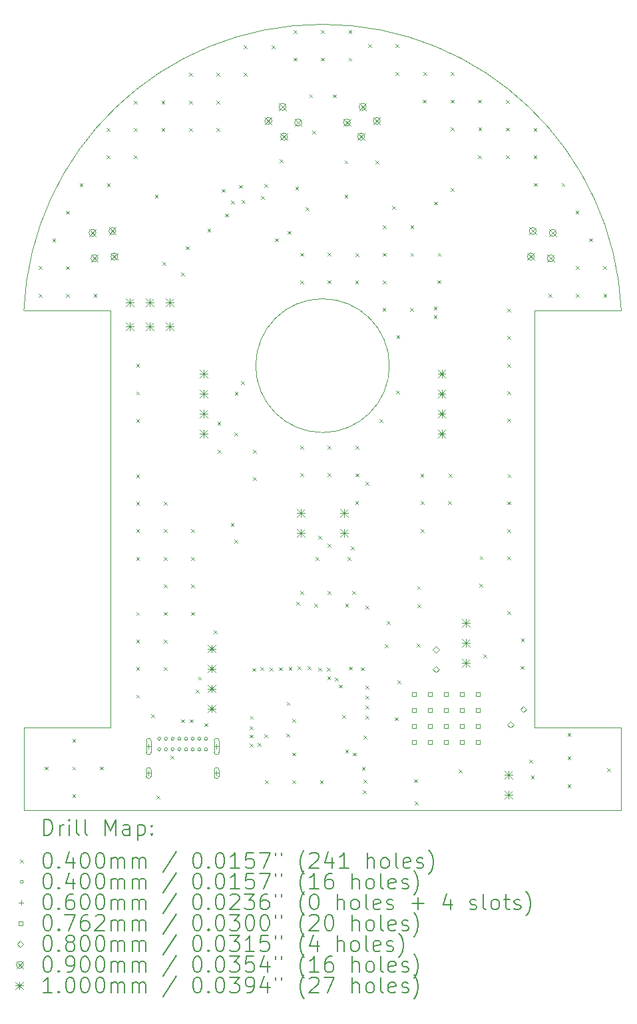
<source format=gbr>
%TF.GenerationSoftware,KiCad,Pcbnew,7.0.9*%
%TF.CreationDate,2024-01-15T17:26:03-08:00*%
%TF.ProjectId,mercury_2ir,6d657263-7572-4795-9f32-69722e6b6963,rev?*%
%TF.SameCoordinates,Original*%
%TF.FileFunction,Drillmap*%
%TF.FilePolarity,Positive*%
%FSLAX45Y45*%
G04 Gerber Fmt 4.5, Leading zero omitted, Abs format (unit mm)*
G04 Created by KiCad (PCBNEW 7.0.9) date 2024-01-15 17:26:03*
%MOMM*%
%LPD*%
G01*
G04 APERTURE LIST*
%ADD10C,0.100000*%
%ADD11C,0.200000*%
G04 APERTURE END LIST*
D10*
X15400000Y-9500000D02*
X16500000Y-9500000D01*
X16500000Y-15850000D02*
X16500000Y-14800000D01*
X16500000Y-9500000D02*
G75*
G03*
X8900000Y-9500000I-3800000J-165912D01*
G01*
X10000000Y-14800000D02*
X10000000Y-9500000D01*
X15400000Y-15850000D02*
X16500000Y-15850000D01*
X15400000Y-15850000D02*
X10000000Y-15850000D01*
X15400000Y-14800000D02*
X15400000Y-9500000D01*
X13550000Y-10200000D02*
G75*
G03*
X13550000Y-10200000I-850000J0D01*
G01*
X8900000Y-14800000D02*
X8900000Y-15850000D01*
X16500000Y-14800000D02*
X15400000Y-14800000D01*
X8900000Y-9500000D02*
X10000000Y-9500000D01*
X10000000Y-14800000D02*
X8900000Y-14800000D01*
X8900000Y-15850000D02*
X10000000Y-15850000D01*
D11*
D10*
X9086500Y-8935500D02*
X9126500Y-8975500D01*
X9126500Y-8935500D02*
X9086500Y-8975500D01*
X9087500Y-9287500D02*
X9127500Y-9327500D01*
X9127500Y-9287500D02*
X9087500Y-9327500D01*
X9168000Y-15295000D02*
X9208000Y-15335000D01*
X9208000Y-15295000D02*
X9168000Y-15335000D01*
X9262500Y-8587500D02*
X9302500Y-8627500D01*
X9302500Y-8587500D02*
X9262500Y-8627500D01*
X9435000Y-8235000D02*
X9475000Y-8275000D01*
X9475000Y-8235000D02*
X9435000Y-8275000D01*
X9437500Y-8937500D02*
X9477500Y-8977500D01*
X9477500Y-8937500D02*
X9437500Y-8977500D01*
X9438500Y-9289500D02*
X9478500Y-9329500D01*
X9478500Y-9289500D02*
X9438500Y-9329500D01*
X9518000Y-14944000D02*
X9558000Y-14984000D01*
X9558000Y-14944000D02*
X9518000Y-14984000D01*
X9518000Y-15295000D02*
X9558000Y-15335000D01*
X9558000Y-15295000D02*
X9518000Y-15335000D01*
X9518000Y-15645000D02*
X9558000Y-15685000D01*
X9558000Y-15645000D02*
X9518000Y-15685000D01*
X9610000Y-7885000D02*
X9650000Y-7925000D01*
X9650000Y-7885000D02*
X9610000Y-7925000D01*
X9787500Y-9287500D02*
X9827500Y-9327500D01*
X9827500Y-9287500D02*
X9787500Y-9327500D01*
X9868000Y-15295000D02*
X9908000Y-15335000D01*
X9908000Y-15295000D02*
X9868000Y-15335000D01*
X9955000Y-7180000D02*
X9995000Y-7220000D01*
X9995000Y-7180000D02*
X9955000Y-7220000D01*
X9955000Y-7530000D02*
X9995000Y-7570000D01*
X9995000Y-7530000D02*
X9955000Y-7570000D01*
X9957500Y-7882500D02*
X9997500Y-7922500D01*
X9997500Y-7882500D02*
X9957500Y-7922500D01*
X10302500Y-6830000D02*
X10342500Y-6870000D01*
X10342500Y-6830000D02*
X10302500Y-6870000D01*
X10302500Y-7180000D02*
X10342500Y-7220000D01*
X10342500Y-7180000D02*
X10302500Y-7220000D01*
X10302500Y-7530000D02*
X10342500Y-7570000D01*
X10342500Y-7530000D02*
X10302500Y-7570000D01*
X10329000Y-10176000D02*
X10369000Y-10216000D01*
X10369000Y-10176000D02*
X10329000Y-10216000D01*
X10329000Y-10529000D02*
X10369000Y-10569000D01*
X10369000Y-10529000D02*
X10329000Y-10569000D01*
X10329000Y-10879000D02*
X10369000Y-10919000D01*
X10369000Y-10879000D02*
X10329000Y-10919000D01*
X10330000Y-11580000D02*
X10370000Y-11620000D01*
X10370000Y-11580000D02*
X10330000Y-11620000D01*
X10330000Y-11930000D02*
X10370000Y-11970000D01*
X10370000Y-11930000D02*
X10330000Y-11970000D01*
X10330000Y-12280000D02*
X10370000Y-12320000D01*
X10370000Y-12280000D02*
X10330000Y-12320000D01*
X10330000Y-12630000D02*
X10370000Y-12670000D01*
X10370000Y-12630000D02*
X10330000Y-12670000D01*
X10330000Y-13330000D02*
X10370000Y-13370000D01*
X10370000Y-13330000D02*
X10330000Y-13370000D01*
X10330000Y-13680000D02*
X10370000Y-13720000D01*
X10370000Y-13680000D02*
X10330000Y-13720000D01*
X10330000Y-14030000D02*
X10370000Y-14070000D01*
X10370000Y-14030000D02*
X10330000Y-14070000D01*
X10330000Y-14380000D02*
X10370000Y-14420000D01*
X10370000Y-14380000D02*
X10330000Y-14420000D01*
X10521000Y-14628000D02*
X10561000Y-14668000D01*
X10561000Y-14628000D02*
X10521000Y-14668000D01*
X10566250Y-8026250D02*
X10606250Y-8066250D01*
X10606250Y-8026250D02*
X10566250Y-8066250D01*
X10589000Y-15665000D02*
X10629000Y-15705000D01*
X10629000Y-15665000D02*
X10589000Y-15705000D01*
X10652500Y-6830000D02*
X10692500Y-6870000D01*
X10692500Y-6830000D02*
X10652500Y-6870000D01*
X10652500Y-7180000D02*
X10692500Y-7220000D01*
X10692500Y-7180000D02*
X10652500Y-7220000D01*
X10664250Y-8882000D02*
X10704250Y-8922000D01*
X10704250Y-8882000D02*
X10664250Y-8922000D01*
X10680000Y-11930000D02*
X10720000Y-11970000D01*
X10720000Y-11930000D02*
X10680000Y-11970000D01*
X10680000Y-12280000D02*
X10720000Y-12320000D01*
X10720000Y-12280000D02*
X10680000Y-12320000D01*
X10680000Y-12630000D02*
X10720000Y-12670000D01*
X10720000Y-12630000D02*
X10680000Y-12670000D01*
X10680000Y-12980000D02*
X10720000Y-13020000D01*
X10720000Y-12980000D02*
X10680000Y-13020000D01*
X10680000Y-13330000D02*
X10720000Y-13370000D01*
X10720000Y-13330000D02*
X10680000Y-13370000D01*
X10680000Y-13680000D02*
X10720000Y-13720000D01*
X10720000Y-13680000D02*
X10680000Y-13720000D01*
X10680000Y-14030000D02*
X10720000Y-14070000D01*
X10720000Y-14030000D02*
X10680000Y-14070000D01*
X10767000Y-15156000D02*
X10807000Y-15196000D01*
X10807000Y-15156000D02*
X10767000Y-15196000D01*
X10899000Y-14695050D02*
X10939000Y-14735050D01*
X10939000Y-14695050D02*
X10899000Y-14735050D01*
X10902750Y-9014750D02*
X10942750Y-9054750D01*
X10942750Y-9014750D02*
X10902750Y-9054750D01*
X10962500Y-8682500D02*
X11002500Y-8722500D01*
X11002500Y-8682500D02*
X10962500Y-8722500D01*
X11000000Y-6480000D02*
X11040000Y-6520000D01*
X11040000Y-6480000D02*
X11000000Y-6520000D01*
X11000000Y-6830000D02*
X11040000Y-6870000D01*
X11040000Y-6830000D02*
X11000000Y-6870000D01*
X11000000Y-7180000D02*
X11040000Y-7220000D01*
X11040000Y-7180000D02*
X11000000Y-7220000D01*
X11012950Y-14695050D02*
X11052950Y-14735050D01*
X11052950Y-14695050D02*
X11012950Y-14735050D01*
X11030000Y-12280000D02*
X11070000Y-12320000D01*
X11070000Y-12280000D02*
X11030000Y-12320000D01*
X11030000Y-12630000D02*
X11070000Y-12670000D01*
X11070000Y-12630000D02*
X11030000Y-12670000D01*
X11030000Y-12980000D02*
X11070000Y-13020000D01*
X11070000Y-12980000D02*
X11030000Y-13020000D01*
X11030000Y-13330000D02*
X11070000Y-13370000D01*
X11070000Y-13330000D02*
X11030000Y-13370000D01*
X11090000Y-14320000D02*
X11130000Y-14360000D01*
X11130000Y-14320000D02*
X11090000Y-14360000D01*
X11117000Y-14153000D02*
X11157000Y-14193000D01*
X11157000Y-14153000D02*
X11117000Y-14193000D01*
X11200000Y-14744050D02*
X11240000Y-14784050D01*
X11240000Y-14744050D02*
X11200000Y-14784050D01*
X11235000Y-8460000D02*
X11275000Y-8500000D01*
X11275000Y-8460000D02*
X11235000Y-8500000D01*
X11315000Y-13562500D02*
X11355000Y-13602500D01*
X11355000Y-13562500D02*
X11315000Y-13602500D01*
X11347500Y-6480000D02*
X11387500Y-6520000D01*
X11387500Y-6480000D02*
X11347500Y-6520000D01*
X11347500Y-6830000D02*
X11387500Y-6870000D01*
X11387500Y-6830000D02*
X11347500Y-6870000D01*
X11347500Y-7180000D02*
X11387500Y-7220000D01*
X11387500Y-7180000D02*
X11347500Y-7220000D01*
X11362855Y-10916881D02*
X11402855Y-10956881D01*
X11402855Y-10916881D02*
X11362855Y-10956881D01*
X11363855Y-11268881D02*
X11403855Y-11308881D01*
X11403855Y-11268881D02*
X11363855Y-11308881D01*
X11415000Y-7955000D02*
X11455000Y-7995000D01*
X11455000Y-7955000D02*
X11415000Y-7995000D01*
X11462000Y-8267000D02*
X11502000Y-8307000D01*
X11502000Y-8267000D02*
X11462000Y-8307000D01*
X11532450Y-12200000D02*
X11572450Y-12240000D01*
X11572450Y-12200000D02*
X11532450Y-12240000D01*
X11534000Y-8100000D02*
X11574000Y-8140000D01*
X11574000Y-8100000D02*
X11534000Y-8140000D01*
X11577000Y-11048000D02*
X11617000Y-11088000D01*
X11617000Y-11048000D02*
X11577000Y-11088000D01*
X11578550Y-12414000D02*
X11618550Y-12454000D01*
X11618550Y-12414000D02*
X11578550Y-12454000D01*
X11583000Y-10531450D02*
X11623000Y-10571450D01*
X11623000Y-10531450D02*
X11583000Y-10571450D01*
X11640710Y-7905000D02*
X11680710Y-7945000D01*
X11680710Y-7905000D02*
X11640710Y-7945000D01*
X11663000Y-10395000D02*
X11703000Y-10435000D01*
X11703000Y-10395000D02*
X11663000Y-10435000D01*
X11673000Y-8096000D02*
X11713000Y-8136000D01*
X11713000Y-8096000D02*
X11673000Y-8136000D01*
X11697500Y-6477500D02*
X11737500Y-6517500D01*
X11737500Y-6477500D02*
X11697500Y-6517500D01*
X11700000Y-6130000D02*
X11740000Y-6170000D01*
X11740000Y-6130000D02*
X11700000Y-6170000D01*
X11772381Y-15001132D02*
X11812381Y-15041132D01*
X11812381Y-15001132D02*
X11772381Y-15041132D01*
X11774000Y-14890000D02*
X11814000Y-14930000D01*
X11814000Y-14890000D02*
X11774000Y-14930000D01*
X11775000Y-14782000D02*
X11815000Y-14822000D01*
X11815000Y-14782000D02*
X11775000Y-14822000D01*
X11777000Y-14651000D02*
X11817000Y-14691000D01*
X11817000Y-14651000D02*
X11777000Y-14691000D01*
X11805000Y-14042000D02*
X11845000Y-14082000D01*
X11845000Y-14042000D02*
X11805000Y-14082000D01*
X11814000Y-11267000D02*
X11854000Y-11307000D01*
X11854000Y-11267000D02*
X11814000Y-11307000D01*
X11815000Y-11619000D02*
X11855000Y-11659000D01*
X11855000Y-11619000D02*
X11815000Y-11659000D01*
X11872000Y-14993000D02*
X11912000Y-15033000D01*
X11912000Y-14993000D02*
X11872000Y-15033000D01*
X11906500Y-14032500D02*
X11946500Y-14072500D01*
X11946500Y-14032500D02*
X11906500Y-14072500D01*
X11916772Y-8044311D02*
X11956772Y-8084311D01*
X11956772Y-8044311D02*
X11916772Y-8084311D01*
X11958000Y-7892450D02*
X11998000Y-7932450D01*
X11998000Y-7892450D02*
X11958000Y-7932450D01*
X11959000Y-14886000D02*
X11999000Y-14926000D01*
X11999000Y-14886000D02*
X11959000Y-14926000D01*
X11965000Y-15468000D02*
X12005000Y-15508000D01*
X12005000Y-15468000D02*
X11965000Y-15508000D01*
X12029000Y-14036000D02*
X12069000Y-14076000D01*
X12069000Y-14036000D02*
X12029000Y-14076000D01*
X12050000Y-6130000D02*
X12090000Y-6170000D01*
X12090000Y-6130000D02*
X12050000Y-6170000D01*
X12098000Y-8581000D02*
X12138000Y-8621000D01*
X12138000Y-8581000D02*
X12098000Y-8621000D01*
X12146000Y-14035000D02*
X12186000Y-14075000D01*
X12186000Y-14035000D02*
X12146000Y-14075000D01*
X12153000Y-7575000D02*
X12193000Y-7615000D01*
X12193000Y-7575000D02*
X12153000Y-7615000D01*
X12237002Y-14876002D02*
X12277002Y-14916002D01*
X12277002Y-14876002D02*
X12237002Y-14916002D01*
X12242500Y-14475000D02*
X12282500Y-14515000D01*
X12282500Y-14475000D02*
X12242500Y-14515000D01*
X12257732Y-8487777D02*
X12297732Y-8527777D01*
X12297732Y-8487777D02*
X12257732Y-8527777D01*
X12269000Y-14028000D02*
X12309000Y-14068000D01*
X12309000Y-14028000D02*
X12269000Y-14068000D01*
X12315000Y-14693071D02*
X12355000Y-14733071D01*
X12355000Y-14693071D02*
X12315000Y-14733071D01*
X12316000Y-15117000D02*
X12356000Y-15157000D01*
X12356000Y-15117000D02*
X12316000Y-15157000D01*
X12316000Y-15468000D02*
X12356000Y-15508000D01*
X12356000Y-15468000D02*
X12316000Y-15508000D01*
X12330000Y-5937500D02*
X12370000Y-5977500D01*
X12370000Y-5937500D02*
X12330000Y-5977500D01*
X12330000Y-6287500D02*
X12370000Y-6327500D01*
X12370000Y-6287500D02*
X12330000Y-6327500D01*
X12354000Y-7926000D02*
X12394000Y-7966000D01*
X12394000Y-7926000D02*
X12354000Y-7966000D01*
X12367500Y-13202500D02*
X12407500Y-13242500D01*
X12407500Y-13202500D02*
X12367500Y-13242500D01*
X12382614Y-14021927D02*
X12422614Y-14061927D01*
X12422614Y-14021927D02*
X12382614Y-14061927D01*
X12414000Y-13064000D02*
X12454000Y-13104000D01*
X12454000Y-13064000D02*
X12414000Y-13104000D01*
X12415000Y-9117000D02*
X12455000Y-9157000D01*
X12455000Y-9117000D02*
X12415000Y-9157000D01*
X12416000Y-8768000D02*
X12456000Y-8808000D01*
X12456000Y-8768000D02*
X12416000Y-8808000D01*
X12416000Y-11568000D02*
X12456000Y-11608000D01*
X12456000Y-11568000D02*
X12416000Y-11608000D01*
X12417000Y-11219000D02*
X12457000Y-11259000D01*
X12457000Y-11219000D02*
X12417000Y-11259000D01*
X12483369Y-8185696D02*
X12523369Y-8225696D01*
X12523369Y-8185696D02*
X12483369Y-8225696D01*
X12512000Y-14023931D02*
X12552000Y-14063931D01*
X12552000Y-14023931D02*
X12512000Y-14063931D01*
X12530000Y-6752500D02*
X12570000Y-6792500D01*
X12570000Y-6752500D02*
X12530000Y-6792500D01*
X12570000Y-7211000D02*
X12610000Y-7251000D01*
X12610000Y-7211000D02*
X12570000Y-7251000D01*
X12592500Y-13222500D02*
X12632500Y-13262500D01*
X12632500Y-13222500D02*
X12592500Y-13262500D01*
X12609000Y-12632000D02*
X12649000Y-12672000D01*
X12649000Y-12632000D02*
X12609000Y-12672000D01*
X12642500Y-12364000D02*
X12682500Y-12404000D01*
X12682500Y-12364000D02*
X12642500Y-12404000D01*
X12644000Y-14038000D02*
X12684000Y-14078000D01*
X12684000Y-14038000D02*
X12644000Y-14078000D01*
X12666000Y-15467000D02*
X12706000Y-15507000D01*
X12706000Y-15467000D02*
X12666000Y-15507000D01*
X12680000Y-5937500D02*
X12720000Y-5977500D01*
X12720000Y-5937500D02*
X12680000Y-5977500D01*
X12680000Y-6287500D02*
X12720000Y-6327500D01*
X12720000Y-6287500D02*
X12680000Y-6327500D01*
X12755000Y-14038000D02*
X12795000Y-14078000D01*
X12795000Y-14038000D02*
X12755000Y-14078000D01*
X12760164Y-14147844D02*
X12800164Y-14187844D01*
X12800164Y-14147844D02*
X12760164Y-14187844D01*
X12763000Y-13062000D02*
X12803000Y-13102000D01*
X12803000Y-13062000D02*
X12763000Y-13102000D01*
X12764000Y-9115000D02*
X12804000Y-9155000D01*
X12804000Y-9115000D02*
X12764000Y-9155000D01*
X12764000Y-12464000D02*
X12804000Y-12504000D01*
X12804000Y-12464000D02*
X12764000Y-12504000D01*
X12765000Y-8766000D02*
X12805000Y-8806000D01*
X12805000Y-8766000D02*
X12765000Y-8806000D01*
X12765000Y-11566000D02*
X12805000Y-11606000D01*
X12805000Y-11566000D02*
X12765000Y-11606000D01*
X12766000Y-11217000D02*
X12806000Y-11257000D01*
X12806000Y-11217000D02*
X12766000Y-11257000D01*
X12830000Y-6752500D02*
X12870000Y-6792500D01*
X12870000Y-6752500D02*
X12830000Y-6792500D01*
X12858411Y-14166219D02*
X12898411Y-14206219D01*
X12898411Y-14166219D02*
X12858411Y-14206219D01*
X12908000Y-14253000D02*
X12948000Y-14293000D01*
X12948000Y-14253000D02*
X12908000Y-14293000D01*
X12950000Y-14638000D02*
X12990000Y-14678000D01*
X12990000Y-14638000D02*
X12950000Y-14678000D01*
X12979000Y-8029544D02*
X13019000Y-8069544D01*
X13019000Y-8029544D02*
X12979000Y-8069544D01*
X12980000Y-7591000D02*
X13020000Y-7631000D01*
X13020000Y-7591000D02*
X12980000Y-7631000D01*
X12987500Y-13227500D02*
X13027500Y-13267500D01*
X13027500Y-13227500D02*
X12987500Y-13267500D01*
X12988196Y-15080475D02*
X13028196Y-15120475D01*
X13028196Y-15080475D02*
X12988196Y-15120475D01*
X13015500Y-12633500D02*
X13055500Y-12673500D01*
X13055500Y-12633500D02*
X13015500Y-12673500D01*
X13030000Y-5937500D02*
X13070000Y-5977500D01*
X13070000Y-5937500D02*
X13030000Y-5977500D01*
X13030000Y-6287500D02*
X13070000Y-6327500D01*
X13070000Y-6287500D02*
X13030000Y-6327500D01*
X13034906Y-14024906D02*
X13074906Y-14064906D01*
X13074906Y-14024906D02*
X13034906Y-14064906D01*
X13060000Y-12498000D02*
X13100000Y-12538000D01*
X13100000Y-12498000D02*
X13060000Y-12538000D01*
X13077000Y-13063000D02*
X13117000Y-13103000D01*
X13117000Y-13063000D02*
X13077000Y-13103000D01*
X13086000Y-15118000D02*
X13126000Y-15158000D01*
X13126000Y-15118000D02*
X13086000Y-15158000D01*
X13115000Y-11920000D02*
X13155000Y-11960000D01*
X13155000Y-11920000D02*
X13115000Y-11960000D01*
X13116000Y-9118000D02*
X13156000Y-9158000D01*
X13156000Y-9118000D02*
X13116000Y-9158000D01*
X13117000Y-8769000D02*
X13157000Y-8809000D01*
X13157000Y-8769000D02*
X13117000Y-8809000D01*
X13117000Y-11569000D02*
X13157000Y-11609000D01*
X13157000Y-11569000D02*
X13117000Y-11609000D01*
X13118000Y-11220000D02*
X13158000Y-11260000D01*
X13158000Y-11220000D02*
X13118000Y-11260000D01*
X13187086Y-14033436D02*
X13227086Y-14073436D01*
X13227086Y-14033436D02*
X13187086Y-14073436D01*
X13199000Y-15302550D02*
X13239000Y-15342550D01*
X13239000Y-15302550D02*
X13199000Y-15342550D01*
X13211000Y-15599000D02*
X13251000Y-15639000D01*
X13251000Y-15599000D02*
X13211000Y-15639000D01*
X13220000Y-14899000D02*
X13260000Y-14939000D01*
X13260000Y-14899000D02*
X13220000Y-14939000D01*
X13221000Y-15459000D02*
X13261000Y-15499000D01*
X13261000Y-15459000D02*
X13221000Y-15499000D01*
X13245000Y-13250000D02*
X13285000Y-13290000D01*
X13285000Y-13250000D02*
X13245000Y-13290000D01*
X13245000Y-14267500D02*
X13285000Y-14307500D01*
X13285000Y-14267500D02*
X13245000Y-14307500D01*
X13246000Y-14648000D02*
X13286000Y-14688000D01*
X13286000Y-14648000D02*
X13246000Y-14688000D01*
X13246550Y-11677000D02*
X13286550Y-11717000D01*
X13286550Y-11677000D02*
X13246550Y-11717000D01*
X13247500Y-14395000D02*
X13287500Y-14435000D01*
X13287500Y-14395000D02*
X13247500Y-14435000D01*
X13247500Y-14522500D02*
X13287500Y-14562500D01*
X13287500Y-14522500D02*
X13247500Y-14562500D01*
X13280000Y-6115000D02*
X13320000Y-6155000D01*
X13320000Y-6115000D02*
X13280000Y-6155000D01*
X13376000Y-7598000D02*
X13416000Y-7638000D01*
X13416000Y-7598000D02*
X13376000Y-7638000D01*
X13427000Y-10882000D02*
X13467000Y-10922000D01*
X13467000Y-10882000D02*
X13427000Y-10922000D01*
X13462000Y-9467000D02*
X13502000Y-9507000D01*
X13502000Y-9467000D02*
X13462000Y-9507000D01*
X13464000Y-9117000D02*
X13504000Y-9157000D01*
X13504000Y-9117000D02*
X13464000Y-9157000D01*
X13465000Y-8768000D02*
X13505000Y-8808000D01*
X13505000Y-8768000D02*
X13465000Y-8808000D01*
X13467000Y-8415000D02*
X13507000Y-8455000D01*
X13507000Y-8415000D02*
X13467000Y-8455000D01*
X13490000Y-13743000D02*
X13530000Y-13783000D01*
X13530000Y-13743000D02*
X13490000Y-13783000D01*
X13514920Y-13447500D02*
X13554920Y-13487500D01*
X13554920Y-13447500D02*
X13514920Y-13487500D01*
X13588000Y-8172000D02*
X13628000Y-8212000D01*
X13628000Y-8172000D02*
X13588000Y-8212000D01*
X13619950Y-14670000D02*
X13659950Y-14710000D01*
X13659950Y-14670000D02*
X13619950Y-14710000D01*
X13627500Y-6467500D02*
X13667500Y-6507500D01*
X13667500Y-6467500D02*
X13627500Y-6507500D01*
X13630000Y-6115000D02*
X13670000Y-6155000D01*
X13670000Y-6115000D02*
X13630000Y-6155000D01*
X13636000Y-10513000D02*
X13676000Y-10553000D01*
X13676000Y-10513000D02*
X13636000Y-10553000D01*
X13640000Y-9816000D02*
X13680000Y-9856000D01*
X13680000Y-9816000D02*
X13640000Y-9856000D01*
X13651000Y-14198000D02*
X13691000Y-14238000D01*
X13691000Y-14198000D02*
X13651000Y-14238000D01*
X13812000Y-9465000D02*
X13852000Y-9505000D01*
X13852000Y-9465000D02*
X13812000Y-9505000D01*
X13817000Y-8417000D02*
X13857000Y-8457000D01*
X13857000Y-8417000D02*
X13817000Y-8457000D01*
X13817000Y-8768000D02*
X13857000Y-8808000D01*
X13857000Y-8768000D02*
X13817000Y-8808000D01*
X13863000Y-15457450D02*
X13903000Y-15497450D01*
X13903000Y-15457450D02*
X13863000Y-15497450D01*
X13870000Y-15742000D02*
X13910000Y-15782000D01*
X13910000Y-15742000D02*
X13870000Y-15782000D01*
X13900000Y-13732000D02*
X13940000Y-13772000D01*
X13940000Y-13732000D02*
X13900000Y-13772000D01*
X13902500Y-13000000D02*
X13942500Y-13040000D01*
X13942500Y-13000000D02*
X13902500Y-13040000D01*
X13907500Y-13232500D02*
X13947500Y-13272500D01*
X13947500Y-13232500D02*
X13907500Y-13272500D01*
X13945000Y-11572000D02*
X13985000Y-11612000D01*
X13985000Y-11572000D02*
X13945000Y-11612000D01*
X13948000Y-11922000D02*
X13988000Y-11962000D01*
X13988000Y-11922000D02*
X13948000Y-11962000D01*
X13951000Y-12274000D02*
X13991000Y-12314000D01*
X13991000Y-12274000D02*
X13951000Y-12314000D01*
X13977500Y-6820000D02*
X14017500Y-6860000D01*
X14017500Y-6820000D02*
X13977500Y-6860000D01*
X13980000Y-6467500D02*
X14020000Y-6507500D01*
X14020000Y-6467500D02*
X13980000Y-6507500D01*
X14115000Y-9447500D02*
X14155000Y-9487500D01*
X14155000Y-9447500D02*
X14115000Y-9487500D01*
X14115000Y-9557500D02*
X14155000Y-9597500D01*
X14155000Y-9557500D02*
X14115000Y-9597500D01*
X14120000Y-8115000D02*
X14160000Y-8155000D01*
X14160000Y-8115000D02*
X14120000Y-8155000D01*
X14163000Y-9114000D02*
X14203000Y-9154000D01*
X14203000Y-9114000D02*
X14163000Y-9154000D01*
X14165000Y-8767000D02*
X14205000Y-8807000D01*
X14205000Y-8767000D02*
X14165000Y-8807000D01*
X14298000Y-11922000D02*
X14338000Y-11962000D01*
X14338000Y-11922000D02*
X14298000Y-11962000D01*
X14302000Y-11577000D02*
X14342000Y-11617000D01*
X14342000Y-11577000D02*
X14302000Y-11617000D01*
X14330000Y-6467500D02*
X14370000Y-6507500D01*
X14370000Y-6467500D02*
X14330000Y-6507500D01*
X14330000Y-6820000D02*
X14370000Y-6860000D01*
X14370000Y-6820000D02*
X14330000Y-6860000D01*
X14332500Y-7172500D02*
X14372500Y-7212500D01*
X14372500Y-7172500D02*
X14332500Y-7212500D01*
X14332500Y-7942500D02*
X14372500Y-7982500D01*
X14372500Y-7942500D02*
X14332500Y-7982500D01*
X14434700Y-15332500D02*
X14474700Y-15372500D01*
X14474700Y-15332500D02*
X14434700Y-15372500D01*
X14680000Y-6820000D02*
X14720000Y-6860000D01*
X14720000Y-6820000D02*
X14680000Y-6860000D01*
X14680000Y-7525000D02*
X14720000Y-7565000D01*
X14720000Y-7525000D02*
X14680000Y-7565000D01*
X14682500Y-7172500D02*
X14722500Y-7212500D01*
X14722500Y-7172500D02*
X14682500Y-7212500D01*
X14696000Y-12970000D02*
X14736000Y-13010000D01*
X14736000Y-12970000D02*
X14696000Y-13010000D01*
X14698000Y-12620000D02*
X14738000Y-12660000D01*
X14738000Y-12620000D02*
X14698000Y-12660000D01*
X14745000Y-13867000D02*
X14785000Y-13907000D01*
X14785000Y-13867000D02*
X14745000Y-13907000D01*
X15032500Y-6825000D02*
X15072500Y-6865000D01*
X15072500Y-6825000D02*
X15032500Y-6865000D01*
X15032500Y-7525000D02*
X15072500Y-7565000D01*
X15072500Y-7525000D02*
X15032500Y-7565000D01*
X15035000Y-7175000D02*
X15075000Y-7215000D01*
X15075000Y-7175000D02*
X15035000Y-7215000D01*
X15048000Y-9474000D02*
X15088000Y-9514000D01*
X15088000Y-9474000D02*
X15048000Y-9514000D01*
X15048000Y-10523000D02*
X15088000Y-10563000D01*
X15088000Y-10523000D02*
X15048000Y-10563000D01*
X15048000Y-10871000D02*
X15088000Y-10911000D01*
X15088000Y-10871000D02*
X15048000Y-10911000D01*
X15048000Y-12274000D02*
X15088000Y-12314000D01*
X15088000Y-12274000D02*
X15048000Y-12314000D01*
X15048000Y-12622000D02*
X15088000Y-12662000D01*
X15088000Y-12622000D02*
X15048000Y-12662000D01*
X15048000Y-13320000D02*
X15088000Y-13360000D01*
X15088000Y-13320000D02*
X15048000Y-13360000D01*
X15050885Y-9824709D02*
X15090885Y-9864709D01*
X15090885Y-9824709D02*
X15050885Y-9864709D01*
X15051000Y-10175000D02*
X15091000Y-10215000D01*
X15091000Y-10175000D02*
X15051000Y-10215000D01*
X15051000Y-11926000D02*
X15091000Y-11966000D01*
X15091000Y-11926000D02*
X15051000Y-11966000D01*
X15054000Y-11579000D02*
X15094000Y-11619000D01*
X15094000Y-11579000D02*
X15054000Y-11619000D01*
X15220000Y-14017500D02*
X15260000Y-14057500D01*
X15260000Y-14017500D02*
X15220000Y-14057500D01*
X15222500Y-13667500D02*
X15262500Y-13707500D01*
X15262500Y-13667500D02*
X15222500Y-13707500D01*
X15329000Y-15205000D02*
X15369000Y-15245000D01*
X15369000Y-15205000D02*
X15329000Y-15245000D01*
X15350000Y-15410000D02*
X15390000Y-15450000D01*
X15390000Y-15410000D02*
X15350000Y-15450000D01*
X15385000Y-7177500D02*
X15425000Y-7217500D01*
X15425000Y-7177500D02*
X15385000Y-7217500D01*
X15385000Y-7527500D02*
X15425000Y-7567500D01*
X15425000Y-7527500D02*
X15385000Y-7567500D01*
X15387500Y-7877500D02*
X15427500Y-7917500D01*
X15427500Y-7877500D02*
X15387500Y-7917500D01*
X15572500Y-9287500D02*
X15612500Y-9327500D01*
X15612500Y-9287500D02*
X15572500Y-9327500D01*
X15740000Y-7877500D02*
X15780000Y-7917500D01*
X15780000Y-7877500D02*
X15740000Y-7917500D01*
X15816000Y-14867000D02*
X15856000Y-14907000D01*
X15856000Y-14867000D02*
X15816000Y-14907000D01*
X15817000Y-15167000D02*
X15857000Y-15207000D01*
X15857000Y-15167000D02*
X15817000Y-15207000D01*
X15817000Y-15518000D02*
X15857000Y-15558000D01*
X15857000Y-15518000D02*
X15817000Y-15558000D01*
X15917500Y-8230000D02*
X15957500Y-8270000D01*
X15957500Y-8230000D02*
X15917500Y-8270000D01*
X15920000Y-8935000D02*
X15960000Y-8975000D01*
X15960000Y-8935000D02*
X15920000Y-8975000D01*
X15922500Y-9287500D02*
X15962500Y-9327500D01*
X15962500Y-9287500D02*
X15922500Y-9327500D01*
X16092500Y-8582500D02*
X16132500Y-8622500D01*
X16132500Y-8582500D02*
X16092500Y-8622500D01*
X16270000Y-8935000D02*
X16310000Y-8975000D01*
X16310000Y-8935000D02*
X16270000Y-8975000D01*
X16272500Y-9287500D02*
X16312500Y-9327500D01*
X16312500Y-9287500D02*
X16272500Y-9327500D01*
X16317500Y-15317500D02*
X16357500Y-15357500D01*
X16357500Y-15317500D02*
X16317500Y-15357500D01*
X10642500Y-14941500D02*
G75*
G03*
X10642500Y-14941500I-20000J0D01*
G01*
X10642500Y-15076500D02*
G75*
G03*
X10642500Y-15076500I-20000J0D01*
G01*
X10727500Y-14941500D02*
G75*
G03*
X10727500Y-14941500I-20000J0D01*
G01*
X10727500Y-15076500D02*
G75*
G03*
X10727500Y-15076500I-20000J0D01*
G01*
X10812500Y-14941500D02*
G75*
G03*
X10812500Y-14941500I-20000J0D01*
G01*
X10812500Y-15076500D02*
G75*
G03*
X10812500Y-15076500I-20000J0D01*
G01*
X10897500Y-14941500D02*
G75*
G03*
X10897500Y-14941500I-20000J0D01*
G01*
X10897500Y-15076500D02*
G75*
G03*
X10897500Y-15076500I-20000J0D01*
G01*
X10982500Y-14941500D02*
G75*
G03*
X10982500Y-14941500I-20000J0D01*
G01*
X10982500Y-15076500D02*
G75*
G03*
X10982500Y-15076500I-20000J0D01*
G01*
X11067500Y-14941500D02*
G75*
G03*
X11067500Y-14941500I-20000J0D01*
G01*
X11067500Y-15076500D02*
G75*
G03*
X11067500Y-15076500I-20000J0D01*
G01*
X11152500Y-14941500D02*
G75*
G03*
X11152500Y-14941500I-20000J0D01*
G01*
X11152500Y-15076500D02*
G75*
G03*
X11152500Y-15076500I-20000J0D01*
G01*
X11237500Y-14941500D02*
G75*
G03*
X11237500Y-14941500I-20000J0D01*
G01*
X11237500Y-15076500D02*
G75*
G03*
X11237500Y-15076500I-20000J0D01*
G01*
X10487500Y-15009500D02*
X10487500Y-15069500D01*
X10457500Y-15039500D02*
X10517500Y-15039500D01*
X10457500Y-14964500D02*
X10457500Y-15114500D01*
X10457500Y-15114500D02*
G75*
G03*
X10517500Y-15114500I30000J0D01*
G01*
X10517500Y-15114500D02*
X10517500Y-14964500D01*
X10517500Y-14964500D02*
G75*
G03*
X10457500Y-14964500I-30000J0D01*
G01*
X10487500Y-15347500D02*
X10487500Y-15407500D01*
X10457500Y-15377500D02*
X10517500Y-15377500D01*
X10457500Y-15337500D02*
X10457500Y-15417500D01*
X10457500Y-15417500D02*
G75*
G03*
X10517500Y-15417500I30000J0D01*
G01*
X10517500Y-15417500D02*
X10517500Y-15337500D01*
X10517500Y-15337500D02*
G75*
G03*
X10457500Y-15337500I-30000J0D01*
G01*
X11352500Y-15009500D02*
X11352500Y-15069500D01*
X11322500Y-15039500D02*
X11382500Y-15039500D01*
X11322500Y-14964500D02*
X11322500Y-15114500D01*
X11322500Y-15114500D02*
G75*
G03*
X11382500Y-15114500I30000J0D01*
G01*
X11382500Y-15114500D02*
X11382500Y-14964500D01*
X11382500Y-14964500D02*
G75*
G03*
X11322500Y-14964500I-30000J0D01*
G01*
X11352500Y-15347500D02*
X11352500Y-15407500D01*
X11322500Y-15377500D02*
X11382500Y-15377500D01*
X11322500Y-15337500D02*
X11322500Y-15417500D01*
X11322500Y-15417500D02*
G75*
G03*
X11382500Y-15417500I30000J0D01*
G01*
X11382500Y-15417500D02*
X11382500Y-15337500D01*
X11382500Y-15337500D02*
G75*
G03*
X11322500Y-15337500I-30000J0D01*
G01*
X13889491Y-14401941D02*
X13889491Y-14348059D01*
X13835609Y-14348059D01*
X13835609Y-14401941D01*
X13889491Y-14401941D01*
X13889491Y-14605141D02*
X13889491Y-14551259D01*
X13835609Y-14551259D01*
X13835609Y-14605141D01*
X13889491Y-14605141D01*
X13889491Y-14808341D02*
X13889491Y-14754459D01*
X13835609Y-14754459D01*
X13835609Y-14808341D01*
X13889491Y-14808341D01*
X13889491Y-15011541D02*
X13889491Y-14957659D01*
X13835609Y-14957659D01*
X13835609Y-15011541D01*
X13889491Y-15011541D01*
X14092691Y-14401941D02*
X14092691Y-14348059D01*
X14038809Y-14348059D01*
X14038809Y-14401941D01*
X14092691Y-14401941D01*
X14092691Y-14605141D02*
X14092691Y-14551259D01*
X14038809Y-14551259D01*
X14038809Y-14605141D01*
X14092691Y-14605141D01*
X14092691Y-14808341D02*
X14092691Y-14754459D01*
X14038809Y-14754459D01*
X14038809Y-14808341D01*
X14092691Y-14808341D01*
X14092691Y-15011541D02*
X14092691Y-14957659D01*
X14038809Y-14957659D01*
X14038809Y-15011541D01*
X14092691Y-15011541D01*
X14295891Y-14401941D02*
X14295891Y-14348059D01*
X14242009Y-14348059D01*
X14242009Y-14401941D01*
X14295891Y-14401941D01*
X14295891Y-14605141D02*
X14295891Y-14551259D01*
X14242009Y-14551259D01*
X14242009Y-14605141D01*
X14295891Y-14605141D01*
X14295891Y-14808341D02*
X14295891Y-14754459D01*
X14242009Y-14754459D01*
X14242009Y-14808341D01*
X14295891Y-14808341D01*
X14295891Y-15011541D02*
X14295891Y-14957659D01*
X14242009Y-14957659D01*
X14242009Y-15011541D01*
X14295891Y-15011541D01*
X14499091Y-14401941D02*
X14499091Y-14348059D01*
X14445209Y-14348059D01*
X14445209Y-14401941D01*
X14499091Y-14401941D01*
X14499091Y-14605141D02*
X14499091Y-14551259D01*
X14445209Y-14551259D01*
X14445209Y-14605141D01*
X14499091Y-14605141D01*
X14499091Y-14808341D02*
X14499091Y-14754459D01*
X14445209Y-14754459D01*
X14445209Y-14808341D01*
X14499091Y-14808341D01*
X14499091Y-15011541D02*
X14499091Y-14957659D01*
X14445209Y-14957659D01*
X14445209Y-15011541D01*
X14499091Y-15011541D01*
X14702291Y-14401941D02*
X14702291Y-14348059D01*
X14648409Y-14348059D01*
X14648409Y-14401941D01*
X14702291Y-14401941D01*
X14702291Y-14605141D02*
X14702291Y-14551259D01*
X14648409Y-14551259D01*
X14648409Y-14605141D01*
X14702291Y-14605141D01*
X14702291Y-14808341D02*
X14702291Y-14754459D01*
X14648409Y-14754459D01*
X14648409Y-14808341D01*
X14702291Y-14808341D01*
X14702291Y-15011541D02*
X14702291Y-14957659D01*
X14648409Y-14957659D01*
X14648409Y-15011541D01*
X14702291Y-15011541D01*
X14142000Y-13849000D02*
X14182000Y-13809000D01*
X14142000Y-13769000D01*
X14102000Y-13809000D01*
X14142000Y-13849000D01*
X14142000Y-14099000D02*
X14182000Y-14059000D01*
X14142000Y-14019000D01*
X14102000Y-14059000D01*
X14142000Y-14099000D01*
X15092219Y-14800934D02*
X15132219Y-14760934D01*
X15092219Y-14720934D01*
X15052219Y-14760934D01*
X15092219Y-14800934D01*
X15255487Y-14606359D02*
X15295487Y-14566359D01*
X15255487Y-14526359D01*
X15215487Y-14566359D01*
X15255487Y-14606359D01*
X9728483Y-8466069D02*
X9818483Y-8556069D01*
X9818483Y-8466069D02*
X9728483Y-8556069D01*
X9818483Y-8511069D02*
G75*
G03*
X9818483Y-8511069I-45000J0D01*
G01*
X9753483Y-8791069D02*
X9843483Y-8881069D01*
X9843483Y-8791069D02*
X9753483Y-8881069D01*
X9843483Y-8836069D02*
G75*
G03*
X9843483Y-8836069I-45000J0D01*
G01*
X9981517Y-8443931D02*
X10071517Y-8533931D01*
X10071517Y-8443931D02*
X9981517Y-8533931D01*
X10071517Y-8488931D02*
G75*
G03*
X10071517Y-8488931I-45000J0D01*
G01*
X10006517Y-8768931D02*
X10096517Y-8858931D01*
X10096517Y-8768931D02*
X10006517Y-8858931D01*
X10096517Y-8813931D02*
G75*
G03*
X10096517Y-8813931I-45000J0D01*
G01*
X11965197Y-7044803D02*
X12055197Y-7134803D01*
X12055197Y-7044803D02*
X11965197Y-7134803D01*
X12055197Y-7089803D02*
G75*
G03*
X12055197Y-7089803I-45000J0D01*
G01*
X12144803Y-6865197D02*
X12234803Y-6955197D01*
X12234803Y-6865197D02*
X12144803Y-6955197D01*
X12234803Y-6910197D02*
G75*
G03*
X12234803Y-6910197I-45000J0D01*
G01*
X12165197Y-7244803D02*
X12255197Y-7334803D01*
X12255197Y-7244803D02*
X12165197Y-7334803D01*
X12255197Y-7289803D02*
G75*
G03*
X12255197Y-7289803I-45000J0D01*
G01*
X12344803Y-7065197D02*
X12434803Y-7155197D01*
X12434803Y-7065197D02*
X12344803Y-7155197D01*
X12434803Y-7110197D02*
G75*
G03*
X12434803Y-7110197I-45000J0D01*
G01*
X12965197Y-7065197D02*
X13055197Y-7155197D01*
X13055197Y-7065197D02*
X12965197Y-7155197D01*
X13055197Y-7110197D02*
G75*
G03*
X13055197Y-7110197I-45000J0D01*
G01*
X13144803Y-7244803D02*
X13234803Y-7334803D01*
X13234803Y-7244803D02*
X13144803Y-7334803D01*
X13234803Y-7289803D02*
G75*
G03*
X13234803Y-7289803I-45000J0D01*
G01*
X13165197Y-6865197D02*
X13255197Y-6955197D01*
X13255197Y-6865197D02*
X13165197Y-6955197D01*
X13255197Y-6910197D02*
G75*
G03*
X13255197Y-6910197I-45000J0D01*
G01*
X13344803Y-7044803D02*
X13434803Y-7134803D01*
X13434803Y-7044803D02*
X13344803Y-7134803D01*
X13434803Y-7089803D02*
G75*
G03*
X13434803Y-7089803I-45000J0D01*
G01*
X15303483Y-8768931D02*
X15393483Y-8858931D01*
X15393483Y-8768931D02*
X15303483Y-8858931D01*
X15393483Y-8813931D02*
G75*
G03*
X15393483Y-8813931I-45000J0D01*
G01*
X15328483Y-8443931D02*
X15418483Y-8533931D01*
X15418483Y-8443931D02*
X15328483Y-8533931D01*
X15418483Y-8488931D02*
G75*
G03*
X15418483Y-8488931I-45000J0D01*
G01*
X15556517Y-8791069D02*
X15646517Y-8881069D01*
X15646517Y-8791069D02*
X15556517Y-8881069D01*
X15646517Y-8836069D02*
G75*
G03*
X15646517Y-8836069I-45000J0D01*
G01*
X15581517Y-8466069D02*
X15671517Y-8556069D01*
X15671517Y-8466069D02*
X15581517Y-8556069D01*
X15671517Y-8511069D02*
G75*
G03*
X15671517Y-8511069I-45000J0D01*
G01*
X10200000Y-9350000D02*
X10300000Y-9450000D01*
X10300000Y-9350000D02*
X10200000Y-9450000D01*
X10250000Y-9350000D02*
X10250000Y-9450000D01*
X10200000Y-9400000D02*
X10300000Y-9400000D01*
X10200000Y-9650000D02*
X10300000Y-9750000D01*
X10300000Y-9650000D02*
X10200000Y-9750000D01*
X10250000Y-9650000D02*
X10250000Y-9750000D01*
X10200000Y-9700000D02*
X10300000Y-9700000D01*
X10454000Y-9350000D02*
X10554000Y-9450000D01*
X10554000Y-9350000D02*
X10454000Y-9450000D01*
X10504000Y-9350000D02*
X10504000Y-9450000D01*
X10454000Y-9400000D02*
X10554000Y-9400000D01*
X10454000Y-9650000D02*
X10554000Y-9750000D01*
X10554000Y-9650000D02*
X10454000Y-9750000D01*
X10504000Y-9650000D02*
X10504000Y-9750000D01*
X10454000Y-9700000D02*
X10554000Y-9700000D01*
X10708000Y-9350000D02*
X10808000Y-9450000D01*
X10808000Y-9350000D02*
X10708000Y-9450000D01*
X10758000Y-9350000D02*
X10758000Y-9450000D01*
X10708000Y-9400000D02*
X10808000Y-9400000D01*
X10708000Y-9650000D02*
X10808000Y-9750000D01*
X10808000Y-9650000D02*
X10708000Y-9750000D01*
X10758000Y-9650000D02*
X10758000Y-9750000D01*
X10708000Y-9700000D02*
X10808000Y-9700000D01*
X11135000Y-10250000D02*
X11235000Y-10350000D01*
X11235000Y-10250000D02*
X11135000Y-10350000D01*
X11185000Y-10250000D02*
X11185000Y-10350000D01*
X11135000Y-10300000D02*
X11235000Y-10300000D01*
X11135000Y-10504000D02*
X11235000Y-10604000D01*
X11235000Y-10504000D02*
X11135000Y-10604000D01*
X11185000Y-10504000D02*
X11185000Y-10604000D01*
X11135000Y-10554000D02*
X11235000Y-10554000D01*
X11135000Y-10758000D02*
X11235000Y-10858000D01*
X11235000Y-10758000D02*
X11135000Y-10858000D01*
X11185000Y-10758000D02*
X11185000Y-10858000D01*
X11135000Y-10808000D02*
X11235000Y-10808000D01*
X11135000Y-11012000D02*
X11235000Y-11112000D01*
X11235000Y-11012000D02*
X11135000Y-11112000D01*
X11185000Y-11012000D02*
X11185000Y-11112000D01*
X11135000Y-11062000D02*
X11235000Y-11062000D01*
X11241000Y-13746000D02*
X11341000Y-13846000D01*
X11341000Y-13746000D02*
X11241000Y-13846000D01*
X11291000Y-13746000D02*
X11291000Y-13846000D01*
X11241000Y-13796000D02*
X11341000Y-13796000D01*
X11241000Y-14000000D02*
X11341000Y-14100000D01*
X11341000Y-14000000D02*
X11241000Y-14100000D01*
X11291000Y-14000000D02*
X11291000Y-14100000D01*
X11241000Y-14050000D02*
X11341000Y-14050000D01*
X11241000Y-14254000D02*
X11341000Y-14354000D01*
X11341000Y-14254000D02*
X11241000Y-14354000D01*
X11291000Y-14254000D02*
X11291000Y-14354000D01*
X11241000Y-14304000D02*
X11341000Y-14304000D01*
X11241000Y-14508000D02*
X11341000Y-14608000D01*
X11341000Y-14508000D02*
X11241000Y-14608000D01*
X11291000Y-14508000D02*
X11291000Y-14608000D01*
X11241000Y-14558000D02*
X11341000Y-14558000D01*
X12375000Y-12023000D02*
X12475000Y-12123000D01*
X12475000Y-12023000D02*
X12375000Y-12123000D01*
X12425000Y-12023000D02*
X12425000Y-12123000D01*
X12375000Y-12073000D02*
X12475000Y-12073000D01*
X12375000Y-12277000D02*
X12475000Y-12377000D01*
X12475000Y-12277000D02*
X12375000Y-12377000D01*
X12425000Y-12277000D02*
X12425000Y-12377000D01*
X12375000Y-12327000D02*
X12475000Y-12327000D01*
X12925000Y-12023000D02*
X13025000Y-12123000D01*
X13025000Y-12023000D02*
X12925000Y-12123000D01*
X12975000Y-12023000D02*
X12975000Y-12123000D01*
X12925000Y-12073000D02*
X13025000Y-12073000D01*
X12925000Y-12277000D02*
X13025000Y-12377000D01*
X13025000Y-12277000D02*
X12925000Y-12377000D01*
X12975000Y-12277000D02*
X12975000Y-12377000D01*
X12925000Y-12327000D02*
X13025000Y-12327000D01*
X14165000Y-10250000D02*
X14265000Y-10350000D01*
X14265000Y-10250000D02*
X14165000Y-10350000D01*
X14215000Y-10250000D02*
X14215000Y-10350000D01*
X14165000Y-10300000D02*
X14265000Y-10300000D01*
X14165000Y-10504000D02*
X14265000Y-10604000D01*
X14265000Y-10504000D02*
X14165000Y-10604000D01*
X14215000Y-10504000D02*
X14215000Y-10604000D01*
X14165000Y-10554000D02*
X14265000Y-10554000D01*
X14165000Y-10758000D02*
X14265000Y-10858000D01*
X14265000Y-10758000D02*
X14165000Y-10858000D01*
X14215000Y-10758000D02*
X14215000Y-10858000D01*
X14165000Y-10808000D02*
X14265000Y-10808000D01*
X14165000Y-11012000D02*
X14265000Y-11112000D01*
X14265000Y-11012000D02*
X14165000Y-11112000D01*
X14215000Y-11012000D02*
X14215000Y-11112000D01*
X14165000Y-11062000D02*
X14265000Y-11062000D01*
X14472500Y-13422000D02*
X14572500Y-13522000D01*
X14572500Y-13422000D02*
X14472500Y-13522000D01*
X14522500Y-13422000D02*
X14522500Y-13522000D01*
X14472500Y-13472000D02*
X14572500Y-13472000D01*
X14472500Y-13676000D02*
X14572500Y-13776000D01*
X14572500Y-13676000D02*
X14472500Y-13776000D01*
X14522500Y-13676000D02*
X14522500Y-13776000D01*
X14472500Y-13726000D02*
X14572500Y-13726000D01*
X14472500Y-13930000D02*
X14572500Y-14030000D01*
X14572500Y-13930000D02*
X14472500Y-14030000D01*
X14522500Y-13930000D02*
X14522500Y-14030000D01*
X14472500Y-13980000D02*
X14572500Y-13980000D01*
X15017500Y-15351000D02*
X15117500Y-15451000D01*
X15117500Y-15351000D02*
X15017500Y-15451000D01*
X15067500Y-15351000D02*
X15067500Y-15451000D01*
X15017500Y-15401000D02*
X15117500Y-15401000D01*
X15017500Y-15605000D02*
X15117500Y-15705000D01*
X15117500Y-15605000D02*
X15017500Y-15705000D01*
X15067500Y-15605000D02*
X15067500Y-15705000D01*
X15017500Y-15655000D02*
X15117500Y-15655000D01*
D11*
X9155777Y-16166484D02*
X9155777Y-15966484D01*
X9155777Y-15966484D02*
X9203396Y-15966484D01*
X9203396Y-15966484D02*
X9231967Y-15976008D01*
X9231967Y-15976008D02*
X9251015Y-15995055D01*
X9251015Y-15995055D02*
X9260539Y-16014103D01*
X9260539Y-16014103D02*
X9270063Y-16052198D01*
X9270063Y-16052198D02*
X9270063Y-16080769D01*
X9270063Y-16080769D02*
X9260539Y-16118865D01*
X9260539Y-16118865D02*
X9251015Y-16137912D01*
X9251015Y-16137912D02*
X9231967Y-16156960D01*
X9231967Y-16156960D02*
X9203396Y-16166484D01*
X9203396Y-16166484D02*
X9155777Y-16166484D01*
X9355777Y-16166484D02*
X9355777Y-16033150D01*
X9355777Y-16071246D02*
X9365301Y-16052198D01*
X9365301Y-16052198D02*
X9374824Y-16042674D01*
X9374824Y-16042674D02*
X9393872Y-16033150D01*
X9393872Y-16033150D02*
X9412920Y-16033150D01*
X9479586Y-16166484D02*
X9479586Y-16033150D01*
X9479586Y-15966484D02*
X9470063Y-15976008D01*
X9470063Y-15976008D02*
X9479586Y-15985531D01*
X9479586Y-15985531D02*
X9489110Y-15976008D01*
X9489110Y-15976008D02*
X9479586Y-15966484D01*
X9479586Y-15966484D02*
X9479586Y-15985531D01*
X9603396Y-16166484D02*
X9584348Y-16156960D01*
X9584348Y-16156960D02*
X9574824Y-16137912D01*
X9574824Y-16137912D02*
X9574824Y-15966484D01*
X9708158Y-16166484D02*
X9689110Y-16156960D01*
X9689110Y-16156960D02*
X9679586Y-16137912D01*
X9679586Y-16137912D02*
X9679586Y-15966484D01*
X9936729Y-16166484D02*
X9936729Y-15966484D01*
X9936729Y-15966484D02*
X10003396Y-16109341D01*
X10003396Y-16109341D02*
X10070063Y-15966484D01*
X10070063Y-15966484D02*
X10070063Y-16166484D01*
X10251015Y-16166484D02*
X10251015Y-16061722D01*
X10251015Y-16061722D02*
X10241491Y-16042674D01*
X10241491Y-16042674D02*
X10222444Y-16033150D01*
X10222444Y-16033150D02*
X10184348Y-16033150D01*
X10184348Y-16033150D02*
X10165301Y-16042674D01*
X10251015Y-16156960D02*
X10231967Y-16166484D01*
X10231967Y-16166484D02*
X10184348Y-16166484D01*
X10184348Y-16166484D02*
X10165301Y-16156960D01*
X10165301Y-16156960D02*
X10155777Y-16137912D01*
X10155777Y-16137912D02*
X10155777Y-16118865D01*
X10155777Y-16118865D02*
X10165301Y-16099817D01*
X10165301Y-16099817D02*
X10184348Y-16090293D01*
X10184348Y-16090293D02*
X10231967Y-16090293D01*
X10231967Y-16090293D02*
X10251015Y-16080769D01*
X10346253Y-16033150D02*
X10346253Y-16233150D01*
X10346253Y-16042674D02*
X10365301Y-16033150D01*
X10365301Y-16033150D02*
X10403396Y-16033150D01*
X10403396Y-16033150D02*
X10422444Y-16042674D01*
X10422444Y-16042674D02*
X10431967Y-16052198D01*
X10431967Y-16052198D02*
X10441491Y-16071246D01*
X10441491Y-16071246D02*
X10441491Y-16128388D01*
X10441491Y-16128388D02*
X10431967Y-16147436D01*
X10431967Y-16147436D02*
X10422444Y-16156960D01*
X10422444Y-16156960D02*
X10403396Y-16166484D01*
X10403396Y-16166484D02*
X10365301Y-16166484D01*
X10365301Y-16166484D02*
X10346253Y-16156960D01*
X10527205Y-16147436D02*
X10536729Y-16156960D01*
X10536729Y-16156960D02*
X10527205Y-16166484D01*
X10527205Y-16166484D02*
X10517682Y-16156960D01*
X10517682Y-16156960D02*
X10527205Y-16147436D01*
X10527205Y-16147436D02*
X10527205Y-16166484D01*
X10527205Y-16042674D02*
X10536729Y-16052198D01*
X10536729Y-16052198D02*
X10527205Y-16061722D01*
X10527205Y-16061722D02*
X10517682Y-16052198D01*
X10517682Y-16052198D02*
X10527205Y-16042674D01*
X10527205Y-16042674D02*
X10527205Y-16061722D01*
D10*
X8855000Y-16475000D02*
X8895000Y-16515000D01*
X8895000Y-16475000D02*
X8855000Y-16515000D01*
D11*
X9193872Y-16386484D02*
X9212920Y-16386484D01*
X9212920Y-16386484D02*
X9231967Y-16396008D01*
X9231967Y-16396008D02*
X9241491Y-16405531D01*
X9241491Y-16405531D02*
X9251015Y-16424579D01*
X9251015Y-16424579D02*
X9260539Y-16462674D01*
X9260539Y-16462674D02*
X9260539Y-16510293D01*
X9260539Y-16510293D02*
X9251015Y-16548388D01*
X9251015Y-16548388D02*
X9241491Y-16567436D01*
X9241491Y-16567436D02*
X9231967Y-16576960D01*
X9231967Y-16576960D02*
X9212920Y-16586484D01*
X9212920Y-16586484D02*
X9193872Y-16586484D01*
X9193872Y-16586484D02*
X9174824Y-16576960D01*
X9174824Y-16576960D02*
X9165301Y-16567436D01*
X9165301Y-16567436D02*
X9155777Y-16548388D01*
X9155777Y-16548388D02*
X9146253Y-16510293D01*
X9146253Y-16510293D02*
X9146253Y-16462674D01*
X9146253Y-16462674D02*
X9155777Y-16424579D01*
X9155777Y-16424579D02*
X9165301Y-16405531D01*
X9165301Y-16405531D02*
X9174824Y-16396008D01*
X9174824Y-16396008D02*
X9193872Y-16386484D01*
X9346253Y-16567436D02*
X9355777Y-16576960D01*
X9355777Y-16576960D02*
X9346253Y-16586484D01*
X9346253Y-16586484D02*
X9336729Y-16576960D01*
X9336729Y-16576960D02*
X9346253Y-16567436D01*
X9346253Y-16567436D02*
X9346253Y-16586484D01*
X9527205Y-16453150D02*
X9527205Y-16586484D01*
X9479586Y-16376960D02*
X9431967Y-16519817D01*
X9431967Y-16519817D02*
X9555777Y-16519817D01*
X9670063Y-16386484D02*
X9689110Y-16386484D01*
X9689110Y-16386484D02*
X9708158Y-16396008D01*
X9708158Y-16396008D02*
X9717682Y-16405531D01*
X9717682Y-16405531D02*
X9727205Y-16424579D01*
X9727205Y-16424579D02*
X9736729Y-16462674D01*
X9736729Y-16462674D02*
X9736729Y-16510293D01*
X9736729Y-16510293D02*
X9727205Y-16548388D01*
X9727205Y-16548388D02*
X9717682Y-16567436D01*
X9717682Y-16567436D02*
X9708158Y-16576960D01*
X9708158Y-16576960D02*
X9689110Y-16586484D01*
X9689110Y-16586484D02*
X9670063Y-16586484D01*
X9670063Y-16586484D02*
X9651015Y-16576960D01*
X9651015Y-16576960D02*
X9641491Y-16567436D01*
X9641491Y-16567436D02*
X9631967Y-16548388D01*
X9631967Y-16548388D02*
X9622444Y-16510293D01*
X9622444Y-16510293D02*
X9622444Y-16462674D01*
X9622444Y-16462674D02*
X9631967Y-16424579D01*
X9631967Y-16424579D02*
X9641491Y-16405531D01*
X9641491Y-16405531D02*
X9651015Y-16396008D01*
X9651015Y-16396008D02*
X9670063Y-16386484D01*
X9860539Y-16386484D02*
X9879586Y-16386484D01*
X9879586Y-16386484D02*
X9898634Y-16396008D01*
X9898634Y-16396008D02*
X9908158Y-16405531D01*
X9908158Y-16405531D02*
X9917682Y-16424579D01*
X9917682Y-16424579D02*
X9927205Y-16462674D01*
X9927205Y-16462674D02*
X9927205Y-16510293D01*
X9927205Y-16510293D02*
X9917682Y-16548388D01*
X9917682Y-16548388D02*
X9908158Y-16567436D01*
X9908158Y-16567436D02*
X9898634Y-16576960D01*
X9898634Y-16576960D02*
X9879586Y-16586484D01*
X9879586Y-16586484D02*
X9860539Y-16586484D01*
X9860539Y-16586484D02*
X9841491Y-16576960D01*
X9841491Y-16576960D02*
X9831967Y-16567436D01*
X9831967Y-16567436D02*
X9822444Y-16548388D01*
X9822444Y-16548388D02*
X9812920Y-16510293D01*
X9812920Y-16510293D02*
X9812920Y-16462674D01*
X9812920Y-16462674D02*
X9822444Y-16424579D01*
X9822444Y-16424579D02*
X9831967Y-16405531D01*
X9831967Y-16405531D02*
X9841491Y-16396008D01*
X9841491Y-16396008D02*
X9860539Y-16386484D01*
X10012920Y-16586484D02*
X10012920Y-16453150D01*
X10012920Y-16472198D02*
X10022444Y-16462674D01*
X10022444Y-16462674D02*
X10041491Y-16453150D01*
X10041491Y-16453150D02*
X10070063Y-16453150D01*
X10070063Y-16453150D02*
X10089110Y-16462674D01*
X10089110Y-16462674D02*
X10098634Y-16481722D01*
X10098634Y-16481722D02*
X10098634Y-16586484D01*
X10098634Y-16481722D02*
X10108158Y-16462674D01*
X10108158Y-16462674D02*
X10127205Y-16453150D01*
X10127205Y-16453150D02*
X10155777Y-16453150D01*
X10155777Y-16453150D02*
X10174825Y-16462674D01*
X10174825Y-16462674D02*
X10184348Y-16481722D01*
X10184348Y-16481722D02*
X10184348Y-16586484D01*
X10279586Y-16586484D02*
X10279586Y-16453150D01*
X10279586Y-16472198D02*
X10289110Y-16462674D01*
X10289110Y-16462674D02*
X10308158Y-16453150D01*
X10308158Y-16453150D02*
X10336729Y-16453150D01*
X10336729Y-16453150D02*
X10355777Y-16462674D01*
X10355777Y-16462674D02*
X10365301Y-16481722D01*
X10365301Y-16481722D02*
X10365301Y-16586484D01*
X10365301Y-16481722D02*
X10374825Y-16462674D01*
X10374825Y-16462674D02*
X10393872Y-16453150D01*
X10393872Y-16453150D02*
X10422444Y-16453150D01*
X10422444Y-16453150D02*
X10441491Y-16462674D01*
X10441491Y-16462674D02*
X10451015Y-16481722D01*
X10451015Y-16481722D02*
X10451015Y-16586484D01*
X10841491Y-16376960D02*
X10670063Y-16634103D01*
X11098634Y-16386484D02*
X11117682Y-16386484D01*
X11117682Y-16386484D02*
X11136729Y-16396008D01*
X11136729Y-16396008D02*
X11146253Y-16405531D01*
X11146253Y-16405531D02*
X11155777Y-16424579D01*
X11155777Y-16424579D02*
X11165301Y-16462674D01*
X11165301Y-16462674D02*
X11165301Y-16510293D01*
X11165301Y-16510293D02*
X11155777Y-16548388D01*
X11155777Y-16548388D02*
X11146253Y-16567436D01*
X11146253Y-16567436D02*
X11136729Y-16576960D01*
X11136729Y-16576960D02*
X11117682Y-16586484D01*
X11117682Y-16586484D02*
X11098634Y-16586484D01*
X11098634Y-16586484D02*
X11079587Y-16576960D01*
X11079587Y-16576960D02*
X11070063Y-16567436D01*
X11070063Y-16567436D02*
X11060539Y-16548388D01*
X11060539Y-16548388D02*
X11051015Y-16510293D01*
X11051015Y-16510293D02*
X11051015Y-16462674D01*
X11051015Y-16462674D02*
X11060539Y-16424579D01*
X11060539Y-16424579D02*
X11070063Y-16405531D01*
X11070063Y-16405531D02*
X11079587Y-16396008D01*
X11079587Y-16396008D02*
X11098634Y-16386484D01*
X11251015Y-16567436D02*
X11260539Y-16576960D01*
X11260539Y-16576960D02*
X11251015Y-16586484D01*
X11251015Y-16586484D02*
X11241491Y-16576960D01*
X11241491Y-16576960D02*
X11251015Y-16567436D01*
X11251015Y-16567436D02*
X11251015Y-16586484D01*
X11384348Y-16386484D02*
X11403396Y-16386484D01*
X11403396Y-16386484D02*
X11422444Y-16396008D01*
X11422444Y-16396008D02*
X11431967Y-16405531D01*
X11431967Y-16405531D02*
X11441491Y-16424579D01*
X11441491Y-16424579D02*
X11451015Y-16462674D01*
X11451015Y-16462674D02*
X11451015Y-16510293D01*
X11451015Y-16510293D02*
X11441491Y-16548388D01*
X11441491Y-16548388D02*
X11431967Y-16567436D01*
X11431967Y-16567436D02*
X11422444Y-16576960D01*
X11422444Y-16576960D02*
X11403396Y-16586484D01*
X11403396Y-16586484D02*
X11384348Y-16586484D01*
X11384348Y-16586484D02*
X11365301Y-16576960D01*
X11365301Y-16576960D02*
X11355777Y-16567436D01*
X11355777Y-16567436D02*
X11346253Y-16548388D01*
X11346253Y-16548388D02*
X11336729Y-16510293D01*
X11336729Y-16510293D02*
X11336729Y-16462674D01*
X11336729Y-16462674D02*
X11346253Y-16424579D01*
X11346253Y-16424579D02*
X11355777Y-16405531D01*
X11355777Y-16405531D02*
X11365301Y-16396008D01*
X11365301Y-16396008D02*
X11384348Y-16386484D01*
X11641491Y-16586484D02*
X11527206Y-16586484D01*
X11584348Y-16586484D02*
X11584348Y-16386484D01*
X11584348Y-16386484D02*
X11565301Y-16415055D01*
X11565301Y-16415055D02*
X11546253Y-16434103D01*
X11546253Y-16434103D02*
X11527206Y-16443627D01*
X11822444Y-16386484D02*
X11727206Y-16386484D01*
X11727206Y-16386484D02*
X11717682Y-16481722D01*
X11717682Y-16481722D02*
X11727206Y-16472198D01*
X11727206Y-16472198D02*
X11746253Y-16462674D01*
X11746253Y-16462674D02*
X11793872Y-16462674D01*
X11793872Y-16462674D02*
X11812920Y-16472198D01*
X11812920Y-16472198D02*
X11822444Y-16481722D01*
X11822444Y-16481722D02*
X11831967Y-16500769D01*
X11831967Y-16500769D02*
X11831967Y-16548388D01*
X11831967Y-16548388D02*
X11822444Y-16567436D01*
X11822444Y-16567436D02*
X11812920Y-16576960D01*
X11812920Y-16576960D02*
X11793872Y-16586484D01*
X11793872Y-16586484D02*
X11746253Y-16586484D01*
X11746253Y-16586484D02*
X11727206Y-16576960D01*
X11727206Y-16576960D02*
X11717682Y-16567436D01*
X11898634Y-16386484D02*
X12031967Y-16386484D01*
X12031967Y-16386484D02*
X11946253Y-16586484D01*
X12098634Y-16386484D02*
X12098634Y-16424579D01*
X12174825Y-16386484D02*
X12174825Y-16424579D01*
X12470063Y-16662674D02*
X12460539Y-16653150D01*
X12460539Y-16653150D02*
X12441491Y-16624579D01*
X12441491Y-16624579D02*
X12431968Y-16605531D01*
X12431968Y-16605531D02*
X12422444Y-16576960D01*
X12422444Y-16576960D02*
X12412920Y-16529341D01*
X12412920Y-16529341D02*
X12412920Y-16491246D01*
X12412920Y-16491246D02*
X12422444Y-16443627D01*
X12422444Y-16443627D02*
X12431968Y-16415055D01*
X12431968Y-16415055D02*
X12441491Y-16396008D01*
X12441491Y-16396008D02*
X12460539Y-16367436D01*
X12460539Y-16367436D02*
X12470063Y-16357912D01*
X12536729Y-16405531D02*
X12546253Y-16396008D01*
X12546253Y-16396008D02*
X12565301Y-16386484D01*
X12565301Y-16386484D02*
X12612920Y-16386484D01*
X12612920Y-16386484D02*
X12631968Y-16396008D01*
X12631968Y-16396008D02*
X12641491Y-16405531D01*
X12641491Y-16405531D02*
X12651015Y-16424579D01*
X12651015Y-16424579D02*
X12651015Y-16443627D01*
X12651015Y-16443627D02*
X12641491Y-16472198D01*
X12641491Y-16472198D02*
X12527206Y-16586484D01*
X12527206Y-16586484D02*
X12651015Y-16586484D01*
X12822444Y-16453150D02*
X12822444Y-16586484D01*
X12774825Y-16376960D02*
X12727206Y-16519817D01*
X12727206Y-16519817D02*
X12851015Y-16519817D01*
X13031968Y-16586484D02*
X12917682Y-16586484D01*
X12974825Y-16586484D02*
X12974825Y-16386484D01*
X12974825Y-16386484D02*
X12955777Y-16415055D01*
X12955777Y-16415055D02*
X12936729Y-16434103D01*
X12936729Y-16434103D02*
X12917682Y-16443627D01*
X13270063Y-16586484D02*
X13270063Y-16386484D01*
X13355777Y-16586484D02*
X13355777Y-16481722D01*
X13355777Y-16481722D02*
X13346253Y-16462674D01*
X13346253Y-16462674D02*
X13327206Y-16453150D01*
X13327206Y-16453150D02*
X13298634Y-16453150D01*
X13298634Y-16453150D02*
X13279587Y-16462674D01*
X13279587Y-16462674D02*
X13270063Y-16472198D01*
X13479587Y-16586484D02*
X13460539Y-16576960D01*
X13460539Y-16576960D02*
X13451015Y-16567436D01*
X13451015Y-16567436D02*
X13441491Y-16548388D01*
X13441491Y-16548388D02*
X13441491Y-16491246D01*
X13441491Y-16491246D02*
X13451015Y-16472198D01*
X13451015Y-16472198D02*
X13460539Y-16462674D01*
X13460539Y-16462674D02*
X13479587Y-16453150D01*
X13479587Y-16453150D02*
X13508158Y-16453150D01*
X13508158Y-16453150D02*
X13527206Y-16462674D01*
X13527206Y-16462674D02*
X13536730Y-16472198D01*
X13536730Y-16472198D02*
X13546253Y-16491246D01*
X13546253Y-16491246D02*
X13546253Y-16548388D01*
X13546253Y-16548388D02*
X13536730Y-16567436D01*
X13536730Y-16567436D02*
X13527206Y-16576960D01*
X13527206Y-16576960D02*
X13508158Y-16586484D01*
X13508158Y-16586484D02*
X13479587Y-16586484D01*
X13660539Y-16586484D02*
X13641491Y-16576960D01*
X13641491Y-16576960D02*
X13631968Y-16557912D01*
X13631968Y-16557912D02*
X13631968Y-16386484D01*
X13812920Y-16576960D02*
X13793872Y-16586484D01*
X13793872Y-16586484D02*
X13755777Y-16586484D01*
X13755777Y-16586484D02*
X13736730Y-16576960D01*
X13736730Y-16576960D02*
X13727206Y-16557912D01*
X13727206Y-16557912D02*
X13727206Y-16481722D01*
X13727206Y-16481722D02*
X13736730Y-16462674D01*
X13736730Y-16462674D02*
X13755777Y-16453150D01*
X13755777Y-16453150D02*
X13793872Y-16453150D01*
X13793872Y-16453150D02*
X13812920Y-16462674D01*
X13812920Y-16462674D02*
X13822444Y-16481722D01*
X13822444Y-16481722D02*
X13822444Y-16500769D01*
X13822444Y-16500769D02*
X13727206Y-16519817D01*
X13898634Y-16576960D02*
X13917682Y-16586484D01*
X13917682Y-16586484D02*
X13955777Y-16586484D01*
X13955777Y-16586484D02*
X13974825Y-16576960D01*
X13974825Y-16576960D02*
X13984349Y-16557912D01*
X13984349Y-16557912D02*
X13984349Y-16548388D01*
X13984349Y-16548388D02*
X13974825Y-16529341D01*
X13974825Y-16529341D02*
X13955777Y-16519817D01*
X13955777Y-16519817D02*
X13927206Y-16519817D01*
X13927206Y-16519817D02*
X13908158Y-16510293D01*
X13908158Y-16510293D02*
X13898634Y-16491246D01*
X13898634Y-16491246D02*
X13898634Y-16481722D01*
X13898634Y-16481722D02*
X13908158Y-16462674D01*
X13908158Y-16462674D02*
X13927206Y-16453150D01*
X13927206Y-16453150D02*
X13955777Y-16453150D01*
X13955777Y-16453150D02*
X13974825Y-16462674D01*
X14051015Y-16662674D02*
X14060539Y-16653150D01*
X14060539Y-16653150D02*
X14079587Y-16624579D01*
X14079587Y-16624579D02*
X14089111Y-16605531D01*
X14089111Y-16605531D02*
X14098634Y-16576960D01*
X14098634Y-16576960D02*
X14108158Y-16529341D01*
X14108158Y-16529341D02*
X14108158Y-16491246D01*
X14108158Y-16491246D02*
X14098634Y-16443627D01*
X14098634Y-16443627D02*
X14089111Y-16415055D01*
X14089111Y-16415055D02*
X14079587Y-16396008D01*
X14079587Y-16396008D02*
X14060539Y-16367436D01*
X14060539Y-16367436D02*
X14051015Y-16357912D01*
D10*
X8895000Y-16759000D02*
G75*
G03*
X8895000Y-16759000I-20000J0D01*
G01*
D11*
X9193872Y-16650484D02*
X9212920Y-16650484D01*
X9212920Y-16650484D02*
X9231967Y-16660008D01*
X9231967Y-16660008D02*
X9241491Y-16669531D01*
X9241491Y-16669531D02*
X9251015Y-16688579D01*
X9251015Y-16688579D02*
X9260539Y-16726674D01*
X9260539Y-16726674D02*
X9260539Y-16774293D01*
X9260539Y-16774293D02*
X9251015Y-16812389D01*
X9251015Y-16812389D02*
X9241491Y-16831436D01*
X9241491Y-16831436D02*
X9231967Y-16840960D01*
X9231967Y-16840960D02*
X9212920Y-16850484D01*
X9212920Y-16850484D02*
X9193872Y-16850484D01*
X9193872Y-16850484D02*
X9174824Y-16840960D01*
X9174824Y-16840960D02*
X9165301Y-16831436D01*
X9165301Y-16831436D02*
X9155777Y-16812389D01*
X9155777Y-16812389D02*
X9146253Y-16774293D01*
X9146253Y-16774293D02*
X9146253Y-16726674D01*
X9146253Y-16726674D02*
X9155777Y-16688579D01*
X9155777Y-16688579D02*
X9165301Y-16669531D01*
X9165301Y-16669531D02*
X9174824Y-16660008D01*
X9174824Y-16660008D02*
X9193872Y-16650484D01*
X9346253Y-16831436D02*
X9355777Y-16840960D01*
X9355777Y-16840960D02*
X9346253Y-16850484D01*
X9346253Y-16850484D02*
X9336729Y-16840960D01*
X9336729Y-16840960D02*
X9346253Y-16831436D01*
X9346253Y-16831436D02*
X9346253Y-16850484D01*
X9527205Y-16717150D02*
X9527205Y-16850484D01*
X9479586Y-16640960D02*
X9431967Y-16783817D01*
X9431967Y-16783817D02*
X9555777Y-16783817D01*
X9670063Y-16650484D02*
X9689110Y-16650484D01*
X9689110Y-16650484D02*
X9708158Y-16660008D01*
X9708158Y-16660008D02*
X9717682Y-16669531D01*
X9717682Y-16669531D02*
X9727205Y-16688579D01*
X9727205Y-16688579D02*
X9736729Y-16726674D01*
X9736729Y-16726674D02*
X9736729Y-16774293D01*
X9736729Y-16774293D02*
X9727205Y-16812389D01*
X9727205Y-16812389D02*
X9717682Y-16831436D01*
X9717682Y-16831436D02*
X9708158Y-16840960D01*
X9708158Y-16840960D02*
X9689110Y-16850484D01*
X9689110Y-16850484D02*
X9670063Y-16850484D01*
X9670063Y-16850484D02*
X9651015Y-16840960D01*
X9651015Y-16840960D02*
X9641491Y-16831436D01*
X9641491Y-16831436D02*
X9631967Y-16812389D01*
X9631967Y-16812389D02*
X9622444Y-16774293D01*
X9622444Y-16774293D02*
X9622444Y-16726674D01*
X9622444Y-16726674D02*
X9631967Y-16688579D01*
X9631967Y-16688579D02*
X9641491Y-16669531D01*
X9641491Y-16669531D02*
X9651015Y-16660008D01*
X9651015Y-16660008D02*
X9670063Y-16650484D01*
X9860539Y-16650484D02*
X9879586Y-16650484D01*
X9879586Y-16650484D02*
X9898634Y-16660008D01*
X9898634Y-16660008D02*
X9908158Y-16669531D01*
X9908158Y-16669531D02*
X9917682Y-16688579D01*
X9917682Y-16688579D02*
X9927205Y-16726674D01*
X9927205Y-16726674D02*
X9927205Y-16774293D01*
X9927205Y-16774293D02*
X9917682Y-16812389D01*
X9917682Y-16812389D02*
X9908158Y-16831436D01*
X9908158Y-16831436D02*
X9898634Y-16840960D01*
X9898634Y-16840960D02*
X9879586Y-16850484D01*
X9879586Y-16850484D02*
X9860539Y-16850484D01*
X9860539Y-16850484D02*
X9841491Y-16840960D01*
X9841491Y-16840960D02*
X9831967Y-16831436D01*
X9831967Y-16831436D02*
X9822444Y-16812389D01*
X9822444Y-16812389D02*
X9812920Y-16774293D01*
X9812920Y-16774293D02*
X9812920Y-16726674D01*
X9812920Y-16726674D02*
X9822444Y-16688579D01*
X9822444Y-16688579D02*
X9831967Y-16669531D01*
X9831967Y-16669531D02*
X9841491Y-16660008D01*
X9841491Y-16660008D02*
X9860539Y-16650484D01*
X10012920Y-16850484D02*
X10012920Y-16717150D01*
X10012920Y-16736198D02*
X10022444Y-16726674D01*
X10022444Y-16726674D02*
X10041491Y-16717150D01*
X10041491Y-16717150D02*
X10070063Y-16717150D01*
X10070063Y-16717150D02*
X10089110Y-16726674D01*
X10089110Y-16726674D02*
X10098634Y-16745722D01*
X10098634Y-16745722D02*
X10098634Y-16850484D01*
X10098634Y-16745722D02*
X10108158Y-16726674D01*
X10108158Y-16726674D02*
X10127205Y-16717150D01*
X10127205Y-16717150D02*
X10155777Y-16717150D01*
X10155777Y-16717150D02*
X10174825Y-16726674D01*
X10174825Y-16726674D02*
X10184348Y-16745722D01*
X10184348Y-16745722D02*
X10184348Y-16850484D01*
X10279586Y-16850484D02*
X10279586Y-16717150D01*
X10279586Y-16736198D02*
X10289110Y-16726674D01*
X10289110Y-16726674D02*
X10308158Y-16717150D01*
X10308158Y-16717150D02*
X10336729Y-16717150D01*
X10336729Y-16717150D02*
X10355777Y-16726674D01*
X10355777Y-16726674D02*
X10365301Y-16745722D01*
X10365301Y-16745722D02*
X10365301Y-16850484D01*
X10365301Y-16745722D02*
X10374825Y-16726674D01*
X10374825Y-16726674D02*
X10393872Y-16717150D01*
X10393872Y-16717150D02*
X10422444Y-16717150D01*
X10422444Y-16717150D02*
X10441491Y-16726674D01*
X10441491Y-16726674D02*
X10451015Y-16745722D01*
X10451015Y-16745722D02*
X10451015Y-16850484D01*
X10841491Y-16640960D02*
X10670063Y-16898103D01*
X11098634Y-16650484D02*
X11117682Y-16650484D01*
X11117682Y-16650484D02*
X11136729Y-16660008D01*
X11136729Y-16660008D02*
X11146253Y-16669531D01*
X11146253Y-16669531D02*
X11155777Y-16688579D01*
X11155777Y-16688579D02*
X11165301Y-16726674D01*
X11165301Y-16726674D02*
X11165301Y-16774293D01*
X11165301Y-16774293D02*
X11155777Y-16812389D01*
X11155777Y-16812389D02*
X11146253Y-16831436D01*
X11146253Y-16831436D02*
X11136729Y-16840960D01*
X11136729Y-16840960D02*
X11117682Y-16850484D01*
X11117682Y-16850484D02*
X11098634Y-16850484D01*
X11098634Y-16850484D02*
X11079587Y-16840960D01*
X11079587Y-16840960D02*
X11070063Y-16831436D01*
X11070063Y-16831436D02*
X11060539Y-16812389D01*
X11060539Y-16812389D02*
X11051015Y-16774293D01*
X11051015Y-16774293D02*
X11051015Y-16726674D01*
X11051015Y-16726674D02*
X11060539Y-16688579D01*
X11060539Y-16688579D02*
X11070063Y-16669531D01*
X11070063Y-16669531D02*
X11079587Y-16660008D01*
X11079587Y-16660008D02*
X11098634Y-16650484D01*
X11251015Y-16831436D02*
X11260539Y-16840960D01*
X11260539Y-16840960D02*
X11251015Y-16850484D01*
X11251015Y-16850484D02*
X11241491Y-16840960D01*
X11241491Y-16840960D02*
X11251015Y-16831436D01*
X11251015Y-16831436D02*
X11251015Y-16850484D01*
X11384348Y-16650484D02*
X11403396Y-16650484D01*
X11403396Y-16650484D02*
X11422444Y-16660008D01*
X11422444Y-16660008D02*
X11431967Y-16669531D01*
X11431967Y-16669531D02*
X11441491Y-16688579D01*
X11441491Y-16688579D02*
X11451015Y-16726674D01*
X11451015Y-16726674D02*
X11451015Y-16774293D01*
X11451015Y-16774293D02*
X11441491Y-16812389D01*
X11441491Y-16812389D02*
X11431967Y-16831436D01*
X11431967Y-16831436D02*
X11422444Y-16840960D01*
X11422444Y-16840960D02*
X11403396Y-16850484D01*
X11403396Y-16850484D02*
X11384348Y-16850484D01*
X11384348Y-16850484D02*
X11365301Y-16840960D01*
X11365301Y-16840960D02*
X11355777Y-16831436D01*
X11355777Y-16831436D02*
X11346253Y-16812389D01*
X11346253Y-16812389D02*
X11336729Y-16774293D01*
X11336729Y-16774293D02*
X11336729Y-16726674D01*
X11336729Y-16726674D02*
X11346253Y-16688579D01*
X11346253Y-16688579D02*
X11355777Y-16669531D01*
X11355777Y-16669531D02*
X11365301Y-16660008D01*
X11365301Y-16660008D02*
X11384348Y-16650484D01*
X11641491Y-16850484D02*
X11527206Y-16850484D01*
X11584348Y-16850484D02*
X11584348Y-16650484D01*
X11584348Y-16650484D02*
X11565301Y-16679055D01*
X11565301Y-16679055D02*
X11546253Y-16698103D01*
X11546253Y-16698103D02*
X11527206Y-16707627D01*
X11822444Y-16650484D02*
X11727206Y-16650484D01*
X11727206Y-16650484D02*
X11717682Y-16745722D01*
X11717682Y-16745722D02*
X11727206Y-16736198D01*
X11727206Y-16736198D02*
X11746253Y-16726674D01*
X11746253Y-16726674D02*
X11793872Y-16726674D01*
X11793872Y-16726674D02*
X11812920Y-16736198D01*
X11812920Y-16736198D02*
X11822444Y-16745722D01*
X11822444Y-16745722D02*
X11831967Y-16764769D01*
X11831967Y-16764769D02*
X11831967Y-16812389D01*
X11831967Y-16812389D02*
X11822444Y-16831436D01*
X11822444Y-16831436D02*
X11812920Y-16840960D01*
X11812920Y-16840960D02*
X11793872Y-16850484D01*
X11793872Y-16850484D02*
X11746253Y-16850484D01*
X11746253Y-16850484D02*
X11727206Y-16840960D01*
X11727206Y-16840960D02*
X11717682Y-16831436D01*
X11898634Y-16650484D02*
X12031967Y-16650484D01*
X12031967Y-16650484D02*
X11946253Y-16850484D01*
X12098634Y-16650484D02*
X12098634Y-16688579D01*
X12174825Y-16650484D02*
X12174825Y-16688579D01*
X12470063Y-16926674D02*
X12460539Y-16917150D01*
X12460539Y-16917150D02*
X12441491Y-16888579D01*
X12441491Y-16888579D02*
X12431968Y-16869531D01*
X12431968Y-16869531D02*
X12422444Y-16840960D01*
X12422444Y-16840960D02*
X12412920Y-16793341D01*
X12412920Y-16793341D02*
X12412920Y-16755246D01*
X12412920Y-16755246D02*
X12422444Y-16707627D01*
X12422444Y-16707627D02*
X12431968Y-16679055D01*
X12431968Y-16679055D02*
X12441491Y-16660008D01*
X12441491Y-16660008D02*
X12460539Y-16631436D01*
X12460539Y-16631436D02*
X12470063Y-16621912D01*
X12651015Y-16850484D02*
X12536729Y-16850484D01*
X12593872Y-16850484D02*
X12593872Y-16650484D01*
X12593872Y-16650484D02*
X12574825Y-16679055D01*
X12574825Y-16679055D02*
X12555777Y-16698103D01*
X12555777Y-16698103D02*
X12536729Y-16707627D01*
X12822444Y-16650484D02*
X12784348Y-16650484D01*
X12784348Y-16650484D02*
X12765301Y-16660008D01*
X12765301Y-16660008D02*
X12755777Y-16669531D01*
X12755777Y-16669531D02*
X12736729Y-16698103D01*
X12736729Y-16698103D02*
X12727206Y-16736198D01*
X12727206Y-16736198D02*
X12727206Y-16812389D01*
X12727206Y-16812389D02*
X12736729Y-16831436D01*
X12736729Y-16831436D02*
X12746253Y-16840960D01*
X12746253Y-16840960D02*
X12765301Y-16850484D01*
X12765301Y-16850484D02*
X12803396Y-16850484D01*
X12803396Y-16850484D02*
X12822444Y-16840960D01*
X12822444Y-16840960D02*
X12831968Y-16831436D01*
X12831968Y-16831436D02*
X12841491Y-16812389D01*
X12841491Y-16812389D02*
X12841491Y-16764769D01*
X12841491Y-16764769D02*
X12831968Y-16745722D01*
X12831968Y-16745722D02*
X12822444Y-16736198D01*
X12822444Y-16736198D02*
X12803396Y-16726674D01*
X12803396Y-16726674D02*
X12765301Y-16726674D01*
X12765301Y-16726674D02*
X12746253Y-16736198D01*
X12746253Y-16736198D02*
X12736729Y-16745722D01*
X12736729Y-16745722D02*
X12727206Y-16764769D01*
X13079587Y-16850484D02*
X13079587Y-16650484D01*
X13165301Y-16850484D02*
X13165301Y-16745722D01*
X13165301Y-16745722D02*
X13155777Y-16726674D01*
X13155777Y-16726674D02*
X13136730Y-16717150D01*
X13136730Y-16717150D02*
X13108158Y-16717150D01*
X13108158Y-16717150D02*
X13089110Y-16726674D01*
X13089110Y-16726674D02*
X13079587Y-16736198D01*
X13289110Y-16850484D02*
X13270063Y-16840960D01*
X13270063Y-16840960D02*
X13260539Y-16831436D01*
X13260539Y-16831436D02*
X13251015Y-16812389D01*
X13251015Y-16812389D02*
X13251015Y-16755246D01*
X13251015Y-16755246D02*
X13260539Y-16736198D01*
X13260539Y-16736198D02*
X13270063Y-16726674D01*
X13270063Y-16726674D02*
X13289110Y-16717150D01*
X13289110Y-16717150D02*
X13317682Y-16717150D01*
X13317682Y-16717150D02*
X13336730Y-16726674D01*
X13336730Y-16726674D02*
X13346253Y-16736198D01*
X13346253Y-16736198D02*
X13355777Y-16755246D01*
X13355777Y-16755246D02*
X13355777Y-16812389D01*
X13355777Y-16812389D02*
X13346253Y-16831436D01*
X13346253Y-16831436D02*
X13336730Y-16840960D01*
X13336730Y-16840960D02*
X13317682Y-16850484D01*
X13317682Y-16850484D02*
X13289110Y-16850484D01*
X13470063Y-16850484D02*
X13451015Y-16840960D01*
X13451015Y-16840960D02*
X13441491Y-16821912D01*
X13441491Y-16821912D02*
X13441491Y-16650484D01*
X13622444Y-16840960D02*
X13603396Y-16850484D01*
X13603396Y-16850484D02*
X13565301Y-16850484D01*
X13565301Y-16850484D02*
X13546253Y-16840960D01*
X13546253Y-16840960D02*
X13536730Y-16821912D01*
X13536730Y-16821912D02*
X13536730Y-16745722D01*
X13536730Y-16745722D02*
X13546253Y-16726674D01*
X13546253Y-16726674D02*
X13565301Y-16717150D01*
X13565301Y-16717150D02*
X13603396Y-16717150D01*
X13603396Y-16717150D02*
X13622444Y-16726674D01*
X13622444Y-16726674D02*
X13631968Y-16745722D01*
X13631968Y-16745722D02*
X13631968Y-16764769D01*
X13631968Y-16764769D02*
X13536730Y-16783817D01*
X13708158Y-16840960D02*
X13727206Y-16850484D01*
X13727206Y-16850484D02*
X13765301Y-16850484D01*
X13765301Y-16850484D02*
X13784349Y-16840960D01*
X13784349Y-16840960D02*
X13793872Y-16821912D01*
X13793872Y-16821912D02*
X13793872Y-16812389D01*
X13793872Y-16812389D02*
X13784349Y-16793341D01*
X13784349Y-16793341D02*
X13765301Y-16783817D01*
X13765301Y-16783817D02*
X13736730Y-16783817D01*
X13736730Y-16783817D02*
X13717682Y-16774293D01*
X13717682Y-16774293D02*
X13708158Y-16755246D01*
X13708158Y-16755246D02*
X13708158Y-16745722D01*
X13708158Y-16745722D02*
X13717682Y-16726674D01*
X13717682Y-16726674D02*
X13736730Y-16717150D01*
X13736730Y-16717150D02*
X13765301Y-16717150D01*
X13765301Y-16717150D02*
X13784349Y-16726674D01*
X13860539Y-16926674D02*
X13870063Y-16917150D01*
X13870063Y-16917150D02*
X13889111Y-16888579D01*
X13889111Y-16888579D02*
X13898634Y-16869531D01*
X13898634Y-16869531D02*
X13908158Y-16840960D01*
X13908158Y-16840960D02*
X13917682Y-16793341D01*
X13917682Y-16793341D02*
X13917682Y-16755246D01*
X13917682Y-16755246D02*
X13908158Y-16707627D01*
X13908158Y-16707627D02*
X13898634Y-16679055D01*
X13898634Y-16679055D02*
X13889111Y-16660008D01*
X13889111Y-16660008D02*
X13870063Y-16631436D01*
X13870063Y-16631436D02*
X13860539Y-16621912D01*
D10*
X8865000Y-16993000D02*
X8865000Y-17053000D01*
X8835000Y-17023000D02*
X8895000Y-17023000D01*
D11*
X9193872Y-16914484D02*
X9212920Y-16914484D01*
X9212920Y-16914484D02*
X9231967Y-16924008D01*
X9231967Y-16924008D02*
X9241491Y-16933531D01*
X9241491Y-16933531D02*
X9251015Y-16952579D01*
X9251015Y-16952579D02*
X9260539Y-16990674D01*
X9260539Y-16990674D02*
X9260539Y-17038293D01*
X9260539Y-17038293D02*
X9251015Y-17076389D01*
X9251015Y-17076389D02*
X9241491Y-17095436D01*
X9241491Y-17095436D02*
X9231967Y-17104960D01*
X9231967Y-17104960D02*
X9212920Y-17114484D01*
X9212920Y-17114484D02*
X9193872Y-17114484D01*
X9193872Y-17114484D02*
X9174824Y-17104960D01*
X9174824Y-17104960D02*
X9165301Y-17095436D01*
X9165301Y-17095436D02*
X9155777Y-17076389D01*
X9155777Y-17076389D02*
X9146253Y-17038293D01*
X9146253Y-17038293D02*
X9146253Y-16990674D01*
X9146253Y-16990674D02*
X9155777Y-16952579D01*
X9155777Y-16952579D02*
X9165301Y-16933531D01*
X9165301Y-16933531D02*
X9174824Y-16924008D01*
X9174824Y-16924008D02*
X9193872Y-16914484D01*
X9346253Y-17095436D02*
X9355777Y-17104960D01*
X9355777Y-17104960D02*
X9346253Y-17114484D01*
X9346253Y-17114484D02*
X9336729Y-17104960D01*
X9336729Y-17104960D02*
X9346253Y-17095436D01*
X9346253Y-17095436D02*
X9346253Y-17114484D01*
X9527205Y-16914484D02*
X9489110Y-16914484D01*
X9489110Y-16914484D02*
X9470063Y-16924008D01*
X9470063Y-16924008D02*
X9460539Y-16933531D01*
X9460539Y-16933531D02*
X9441491Y-16962103D01*
X9441491Y-16962103D02*
X9431967Y-17000198D01*
X9431967Y-17000198D02*
X9431967Y-17076389D01*
X9431967Y-17076389D02*
X9441491Y-17095436D01*
X9441491Y-17095436D02*
X9451015Y-17104960D01*
X9451015Y-17104960D02*
X9470063Y-17114484D01*
X9470063Y-17114484D02*
X9508158Y-17114484D01*
X9508158Y-17114484D02*
X9527205Y-17104960D01*
X9527205Y-17104960D02*
X9536729Y-17095436D01*
X9536729Y-17095436D02*
X9546253Y-17076389D01*
X9546253Y-17076389D02*
X9546253Y-17028770D01*
X9546253Y-17028770D02*
X9536729Y-17009722D01*
X9536729Y-17009722D02*
X9527205Y-17000198D01*
X9527205Y-17000198D02*
X9508158Y-16990674D01*
X9508158Y-16990674D02*
X9470063Y-16990674D01*
X9470063Y-16990674D02*
X9451015Y-17000198D01*
X9451015Y-17000198D02*
X9441491Y-17009722D01*
X9441491Y-17009722D02*
X9431967Y-17028770D01*
X9670063Y-16914484D02*
X9689110Y-16914484D01*
X9689110Y-16914484D02*
X9708158Y-16924008D01*
X9708158Y-16924008D02*
X9717682Y-16933531D01*
X9717682Y-16933531D02*
X9727205Y-16952579D01*
X9727205Y-16952579D02*
X9736729Y-16990674D01*
X9736729Y-16990674D02*
X9736729Y-17038293D01*
X9736729Y-17038293D02*
X9727205Y-17076389D01*
X9727205Y-17076389D02*
X9717682Y-17095436D01*
X9717682Y-17095436D02*
X9708158Y-17104960D01*
X9708158Y-17104960D02*
X9689110Y-17114484D01*
X9689110Y-17114484D02*
X9670063Y-17114484D01*
X9670063Y-17114484D02*
X9651015Y-17104960D01*
X9651015Y-17104960D02*
X9641491Y-17095436D01*
X9641491Y-17095436D02*
X9631967Y-17076389D01*
X9631967Y-17076389D02*
X9622444Y-17038293D01*
X9622444Y-17038293D02*
X9622444Y-16990674D01*
X9622444Y-16990674D02*
X9631967Y-16952579D01*
X9631967Y-16952579D02*
X9641491Y-16933531D01*
X9641491Y-16933531D02*
X9651015Y-16924008D01*
X9651015Y-16924008D02*
X9670063Y-16914484D01*
X9860539Y-16914484D02*
X9879586Y-16914484D01*
X9879586Y-16914484D02*
X9898634Y-16924008D01*
X9898634Y-16924008D02*
X9908158Y-16933531D01*
X9908158Y-16933531D02*
X9917682Y-16952579D01*
X9917682Y-16952579D02*
X9927205Y-16990674D01*
X9927205Y-16990674D02*
X9927205Y-17038293D01*
X9927205Y-17038293D02*
X9917682Y-17076389D01*
X9917682Y-17076389D02*
X9908158Y-17095436D01*
X9908158Y-17095436D02*
X9898634Y-17104960D01*
X9898634Y-17104960D02*
X9879586Y-17114484D01*
X9879586Y-17114484D02*
X9860539Y-17114484D01*
X9860539Y-17114484D02*
X9841491Y-17104960D01*
X9841491Y-17104960D02*
X9831967Y-17095436D01*
X9831967Y-17095436D02*
X9822444Y-17076389D01*
X9822444Y-17076389D02*
X9812920Y-17038293D01*
X9812920Y-17038293D02*
X9812920Y-16990674D01*
X9812920Y-16990674D02*
X9822444Y-16952579D01*
X9822444Y-16952579D02*
X9831967Y-16933531D01*
X9831967Y-16933531D02*
X9841491Y-16924008D01*
X9841491Y-16924008D02*
X9860539Y-16914484D01*
X10012920Y-17114484D02*
X10012920Y-16981150D01*
X10012920Y-17000198D02*
X10022444Y-16990674D01*
X10022444Y-16990674D02*
X10041491Y-16981150D01*
X10041491Y-16981150D02*
X10070063Y-16981150D01*
X10070063Y-16981150D02*
X10089110Y-16990674D01*
X10089110Y-16990674D02*
X10098634Y-17009722D01*
X10098634Y-17009722D02*
X10098634Y-17114484D01*
X10098634Y-17009722D02*
X10108158Y-16990674D01*
X10108158Y-16990674D02*
X10127205Y-16981150D01*
X10127205Y-16981150D02*
X10155777Y-16981150D01*
X10155777Y-16981150D02*
X10174825Y-16990674D01*
X10174825Y-16990674D02*
X10184348Y-17009722D01*
X10184348Y-17009722D02*
X10184348Y-17114484D01*
X10279586Y-17114484D02*
X10279586Y-16981150D01*
X10279586Y-17000198D02*
X10289110Y-16990674D01*
X10289110Y-16990674D02*
X10308158Y-16981150D01*
X10308158Y-16981150D02*
X10336729Y-16981150D01*
X10336729Y-16981150D02*
X10355777Y-16990674D01*
X10355777Y-16990674D02*
X10365301Y-17009722D01*
X10365301Y-17009722D02*
X10365301Y-17114484D01*
X10365301Y-17009722D02*
X10374825Y-16990674D01*
X10374825Y-16990674D02*
X10393872Y-16981150D01*
X10393872Y-16981150D02*
X10422444Y-16981150D01*
X10422444Y-16981150D02*
X10441491Y-16990674D01*
X10441491Y-16990674D02*
X10451015Y-17009722D01*
X10451015Y-17009722D02*
X10451015Y-17114484D01*
X10841491Y-16904960D02*
X10670063Y-17162103D01*
X11098634Y-16914484D02*
X11117682Y-16914484D01*
X11117682Y-16914484D02*
X11136729Y-16924008D01*
X11136729Y-16924008D02*
X11146253Y-16933531D01*
X11146253Y-16933531D02*
X11155777Y-16952579D01*
X11155777Y-16952579D02*
X11165301Y-16990674D01*
X11165301Y-16990674D02*
X11165301Y-17038293D01*
X11165301Y-17038293D02*
X11155777Y-17076389D01*
X11155777Y-17076389D02*
X11146253Y-17095436D01*
X11146253Y-17095436D02*
X11136729Y-17104960D01*
X11136729Y-17104960D02*
X11117682Y-17114484D01*
X11117682Y-17114484D02*
X11098634Y-17114484D01*
X11098634Y-17114484D02*
X11079587Y-17104960D01*
X11079587Y-17104960D02*
X11070063Y-17095436D01*
X11070063Y-17095436D02*
X11060539Y-17076389D01*
X11060539Y-17076389D02*
X11051015Y-17038293D01*
X11051015Y-17038293D02*
X11051015Y-16990674D01*
X11051015Y-16990674D02*
X11060539Y-16952579D01*
X11060539Y-16952579D02*
X11070063Y-16933531D01*
X11070063Y-16933531D02*
X11079587Y-16924008D01*
X11079587Y-16924008D02*
X11098634Y-16914484D01*
X11251015Y-17095436D02*
X11260539Y-17104960D01*
X11260539Y-17104960D02*
X11251015Y-17114484D01*
X11251015Y-17114484D02*
X11241491Y-17104960D01*
X11241491Y-17104960D02*
X11251015Y-17095436D01*
X11251015Y-17095436D02*
X11251015Y-17114484D01*
X11384348Y-16914484D02*
X11403396Y-16914484D01*
X11403396Y-16914484D02*
X11422444Y-16924008D01*
X11422444Y-16924008D02*
X11431967Y-16933531D01*
X11431967Y-16933531D02*
X11441491Y-16952579D01*
X11441491Y-16952579D02*
X11451015Y-16990674D01*
X11451015Y-16990674D02*
X11451015Y-17038293D01*
X11451015Y-17038293D02*
X11441491Y-17076389D01*
X11441491Y-17076389D02*
X11431967Y-17095436D01*
X11431967Y-17095436D02*
X11422444Y-17104960D01*
X11422444Y-17104960D02*
X11403396Y-17114484D01*
X11403396Y-17114484D02*
X11384348Y-17114484D01*
X11384348Y-17114484D02*
X11365301Y-17104960D01*
X11365301Y-17104960D02*
X11355777Y-17095436D01*
X11355777Y-17095436D02*
X11346253Y-17076389D01*
X11346253Y-17076389D02*
X11336729Y-17038293D01*
X11336729Y-17038293D02*
X11336729Y-16990674D01*
X11336729Y-16990674D02*
X11346253Y-16952579D01*
X11346253Y-16952579D02*
X11355777Y-16933531D01*
X11355777Y-16933531D02*
X11365301Y-16924008D01*
X11365301Y-16924008D02*
X11384348Y-16914484D01*
X11527206Y-16933531D02*
X11536729Y-16924008D01*
X11536729Y-16924008D02*
X11555777Y-16914484D01*
X11555777Y-16914484D02*
X11603396Y-16914484D01*
X11603396Y-16914484D02*
X11622444Y-16924008D01*
X11622444Y-16924008D02*
X11631967Y-16933531D01*
X11631967Y-16933531D02*
X11641491Y-16952579D01*
X11641491Y-16952579D02*
X11641491Y-16971627D01*
X11641491Y-16971627D02*
X11631967Y-17000198D01*
X11631967Y-17000198D02*
X11517682Y-17114484D01*
X11517682Y-17114484D02*
X11641491Y-17114484D01*
X11708158Y-16914484D02*
X11831967Y-16914484D01*
X11831967Y-16914484D02*
X11765301Y-16990674D01*
X11765301Y-16990674D02*
X11793872Y-16990674D01*
X11793872Y-16990674D02*
X11812920Y-17000198D01*
X11812920Y-17000198D02*
X11822444Y-17009722D01*
X11822444Y-17009722D02*
X11831967Y-17028770D01*
X11831967Y-17028770D02*
X11831967Y-17076389D01*
X11831967Y-17076389D02*
X11822444Y-17095436D01*
X11822444Y-17095436D02*
X11812920Y-17104960D01*
X11812920Y-17104960D02*
X11793872Y-17114484D01*
X11793872Y-17114484D02*
X11736729Y-17114484D01*
X11736729Y-17114484D02*
X11717682Y-17104960D01*
X11717682Y-17104960D02*
X11708158Y-17095436D01*
X12003396Y-16914484D02*
X11965301Y-16914484D01*
X11965301Y-16914484D02*
X11946253Y-16924008D01*
X11946253Y-16924008D02*
X11936729Y-16933531D01*
X11936729Y-16933531D02*
X11917682Y-16962103D01*
X11917682Y-16962103D02*
X11908158Y-17000198D01*
X11908158Y-17000198D02*
X11908158Y-17076389D01*
X11908158Y-17076389D02*
X11917682Y-17095436D01*
X11917682Y-17095436D02*
X11927206Y-17104960D01*
X11927206Y-17104960D02*
X11946253Y-17114484D01*
X11946253Y-17114484D02*
X11984348Y-17114484D01*
X11984348Y-17114484D02*
X12003396Y-17104960D01*
X12003396Y-17104960D02*
X12012920Y-17095436D01*
X12012920Y-17095436D02*
X12022444Y-17076389D01*
X12022444Y-17076389D02*
X12022444Y-17028770D01*
X12022444Y-17028770D02*
X12012920Y-17009722D01*
X12012920Y-17009722D02*
X12003396Y-17000198D01*
X12003396Y-17000198D02*
X11984348Y-16990674D01*
X11984348Y-16990674D02*
X11946253Y-16990674D01*
X11946253Y-16990674D02*
X11927206Y-17000198D01*
X11927206Y-17000198D02*
X11917682Y-17009722D01*
X11917682Y-17009722D02*
X11908158Y-17028770D01*
X12098634Y-16914484D02*
X12098634Y-16952579D01*
X12174825Y-16914484D02*
X12174825Y-16952579D01*
X12470063Y-17190674D02*
X12460539Y-17181150D01*
X12460539Y-17181150D02*
X12441491Y-17152579D01*
X12441491Y-17152579D02*
X12431968Y-17133531D01*
X12431968Y-17133531D02*
X12422444Y-17104960D01*
X12422444Y-17104960D02*
X12412920Y-17057341D01*
X12412920Y-17057341D02*
X12412920Y-17019246D01*
X12412920Y-17019246D02*
X12422444Y-16971627D01*
X12422444Y-16971627D02*
X12431968Y-16943055D01*
X12431968Y-16943055D02*
X12441491Y-16924008D01*
X12441491Y-16924008D02*
X12460539Y-16895436D01*
X12460539Y-16895436D02*
X12470063Y-16885912D01*
X12584348Y-16914484D02*
X12603396Y-16914484D01*
X12603396Y-16914484D02*
X12622444Y-16924008D01*
X12622444Y-16924008D02*
X12631968Y-16933531D01*
X12631968Y-16933531D02*
X12641491Y-16952579D01*
X12641491Y-16952579D02*
X12651015Y-16990674D01*
X12651015Y-16990674D02*
X12651015Y-17038293D01*
X12651015Y-17038293D02*
X12641491Y-17076389D01*
X12641491Y-17076389D02*
X12631968Y-17095436D01*
X12631968Y-17095436D02*
X12622444Y-17104960D01*
X12622444Y-17104960D02*
X12603396Y-17114484D01*
X12603396Y-17114484D02*
X12584348Y-17114484D01*
X12584348Y-17114484D02*
X12565301Y-17104960D01*
X12565301Y-17104960D02*
X12555777Y-17095436D01*
X12555777Y-17095436D02*
X12546253Y-17076389D01*
X12546253Y-17076389D02*
X12536729Y-17038293D01*
X12536729Y-17038293D02*
X12536729Y-16990674D01*
X12536729Y-16990674D02*
X12546253Y-16952579D01*
X12546253Y-16952579D02*
X12555777Y-16933531D01*
X12555777Y-16933531D02*
X12565301Y-16924008D01*
X12565301Y-16924008D02*
X12584348Y-16914484D01*
X12889110Y-17114484D02*
X12889110Y-16914484D01*
X12974825Y-17114484D02*
X12974825Y-17009722D01*
X12974825Y-17009722D02*
X12965301Y-16990674D01*
X12965301Y-16990674D02*
X12946253Y-16981150D01*
X12946253Y-16981150D02*
X12917682Y-16981150D01*
X12917682Y-16981150D02*
X12898634Y-16990674D01*
X12898634Y-16990674D02*
X12889110Y-17000198D01*
X13098634Y-17114484D02*
X13079587Y-17104960D01*
X13079587Y-17104960D02*
X13070063Y-17095436D01*
X13070063Y-17095436D02*
X13060539Y-17076389D01*
X13060539Y-17076389D02*
X13060539Y-17019246D01*
X13060539Y-17019246D02*
X13070063Y-17000198D01*
X13070063Y-17000198D02*
X13079587Y-16990674D01*
X13079587Y-16990674D02*
X13098634Y-16981150D01*
X13098634Y-16981150D02*
X13127206Y-16981150D01*
X13127206Y-16981150D02*
X13146253Y-16990674D01*
X13146253Y-16990674D02*
X13155777Y-17000198D01*
X13155777Y-17000198D02*
X13165301Y-17019246D01*
X13165301Y-17019246D02*
X13165301Y-17076389D01*
X13165301Y-17076389D02*
X13155777Y-17095436D01*
X13155777Y-17095436D02*
X13146253Y-17104960D01*
X13146253Y-17104960D02*
X13127206Y-17114484D01*
X13127206Y-17114484D02*
X13098634Y-17114484D01*
X13279587Y-17114484D02*
X13260539Y-17104960D01*
X13260539Y-17104960D02*
X13251015Y-17085912D01*
X13251015Y-17085912D02*
X13251015Y-16914484D01*
X13431968Y-17104960D02*
X13412920Y-17114484D01*
X13412920Y-17114484D02*
X13374825Y-17114484D01*
X13374825Y-17114484D02*
X13355777Y-17104960D01*
X13355777Y-17104960D02*
X13346253Y-17085912D01*
X13346253Y-17085912D02*
X13346253Y-17009722D01*
X13346253Y-17009722D02*
X13355777Y-16990674D01*
X13355777Y-16990674D02*
X13374825Y-16981150D01*
X13374825Y-16981150D02*
X13412920Y-16981150D01*
X13412920Y-16981150D02*
X13431968Y-16990674D01*
X13431968Y-16990674D02*
X13441491Y-17009722D01*
X13441491Y-17009722D02*
X13441491Y-17028770D01*
X13441491Y-17028770D02*
X13346253Y-17047817D01*
X13517682Y-17104960D02*
X13536730Y-17114484D01*
X13536730Y-17114484D02*
X13574825Y-17114484D01*
X13574825Y-17114484D02*
X13593872Y-17104960D01*
X13593872Y-17104960D02*
X13603396Y-17085912D01*
X13603396Y-17085912D02*
X13603396Y-17076389D01*
X13603396Y-17076389D02*
X13593872Y-17057341D01*
X13593872Y-17057341D02*
X13574825Y-17047817D01*
X13574825Y-17047817D02*
X13546253Y-17047817D01*
X13546253Y-17047817D02*
X13527206Y-17038293D01*
X13527206Y-17038293D02*
X13517682Y-17019246D01*
X13517682Y-17019246D02*
X13517682Y-17009722D01*
X13517682Y-17009722D02*
X13527206Y-16990674D01*
X13527206Y-16990674D02*
X13546253Y-16981150D01*
X13546253Y-16981150D02*
X13574825Y-16981150D01*
X13574825Y-16981150D02*
X13593872Y-16990674D01*
X13841492Y-17038293D02*
X13993873Y-17038293D01*
X13917682Y-17114484D02*
X13917682Y-16962103D01*
X14327206Y-16981150D02*
X14327206Y-17114484D01*
X14279587Y-16904960D02*
X14231968Y-17047817D01*
X14231968Y-17047817D02*
X14355777Y-17047817D01*
X14574825Y-17104960D02*
X14593873Y-17114484D01*
X14593873Y-17114484D02*
X14631968Y-17114484D01*
X14631968Y-17114484D02*
X14651015Y-17104960D01*
X14651015Y-17104960D02*
X14660539Y-17085912D01*
X14660539Y-17085912D02*
X14660539Y-17076389D01*
X14660539Y-17076389D02*
X14651015Y-17057341D01*
X14651015Y-17057341D02*
X14631968Y-17047817D01*
X14631968Y-17047817D02*
X14603396Y-17047817D01*
X14603396Y-17047817D02*
X14584349Y-17038293D01*
X14584349Y-17038293D02*
X14574825Y-17019246D01*
X14574825Y-17019246D02*
X14574825Y-17009722D01*
X14574825Y-17009722D02*
X14584349Y-16990674D01*
X14584349Y-16990674D02*
X14603396Y-16981150D01*
X14603396Y-16981150D02*
X14631968Y-16981150D01*
X14631968Y-16981150D02*
X14651015Y-16990674D01*
X14774825Y-17114484D02*
X14755777Y-17104960D01*
X14755777Y-17104960D02*
X14746254Y-17085912D01*
X14746254Y-17085912D02*
X14746254Y-16914484D01*
X14879587Y-17114484D02*
X14860539Y-17104960D01*
X14860539Y-17104960D02*
X14851015Y-17095436D01*
X14851015Y-17095436D02*
X14841492Y-17076389D01*
X14841492Y-17076389D02*
X14841492Y-17019246D01*
X14841492Y-17019246D02*
X14851015Y-17000198D01*
X14851015Y-17000198D02*
X14860539Y-16990674D01*
X14860539Y-16990674D02*
X14879587Y-16981150D01*
X14879587Y-16981150D02*
X14908158Y-16981150D01*
X14908158Y-16981150D02*
X14927206Y-16990674D01*
X14927206Y-16990674D02*
X14936730Y-17000198D01*
X14936730Y-17000198D02*
X14946254Y-17019246D01*
X14946254Y-17019246D02*
X14946254Y-17076389D01*
X14946254Y-17076389D02*
X14936730Y-17095436D01*
X14936730Y-17095436D02*
X14927206Y-17104960D01*
X14927206Y-17104960D02*
X14908158Y-17114484D01*
X14908158Y-17114484D02*
X14879587Y-17114484D01*
X15003396Y-16981150D02*
X15079587Y-16981150D01*
X15031968Y-16914484D02*
X15031968Y-17085912D01*
X15031968Y-17085912D02*
X15041492Y-17104960D01*
X15041492Y-17104960D02*
X15060539Y-17114484D01*
X15060539Y-17114484D02*
X15079587Y-17114484D01*
X15136730Y-17104960D02*
X15155777Y-17114484D01*
X15155777Y-17114484D02*
X15193873Y-17114484D01*
X15193873Y-17114484D02*
X15212920Y-17104960D01*
X15212920Y-17104960D02*
X15222444Y-17085912D01*
X15222444Y-17085912D02*
X15222444Y-17076389D01*
X15222444Y-17076389D02*
X15212920Y-17057341D01*
X15212920Y-17057341D02*
X15193873Y-17047817D01*
X15193873Y-17047817D02*
X15165301Y-17047817D01*
X15165301Y-17047817D02*
X15146254Y-17038293D01*
X15146254Y-17038293D02*
X15136730Y-17019246D01*
X15136730Y-17019246D02*
X15136730Y-17009722D01*
X15136730Y-17009722D02*
X15146254Y-16990674D01*
X15146254Y-16990674D02*
X15165301Y-16981150D01*
X15165301Y-16981150D02*
X15193873Y-16981150D01*
X15193873Y-16981150D02*
X15212920Y-16990674D01*
X15289111Y-17190674D02*
X15298635Y-17181150D01*
X15298635Y-17181150D02*
X15317682Y-17152579D01*
X15317682Y-17152579D02*
X15327206Y-17133531D01*
X15327206Y-17133531D02*
X15336730Y-17104960D01*
X15336730Y-17104960D02*
X15346254Y-17057341D01*
X15346254Y-17057341D02*
X15346254Y-17019246D01*
X15346254Y-17019246D02*
X15336730Y-16971627D01*
X15336730Y-16971627D02*
X15327206Y-16943055D01*
X15327206Y-16943055D02*
X15317682Y-16924008D01*
X15317682Y-16924008D02*
X15298635Y-16895436D01*
X15298635Y-16895436D02*
X15289111Y-16885912D01*
D10*
X8883841Y-17313941D02*
X8883841Y-17260059D01*
X8829959Y-17260059D01*
X8829959Y-17313941D01*
X8883841Y-17313941D01*
D11*
X9193872Y-17178484D02*
X9212920Y-17178484D01*
X9212920Y-17178484D02*
X9231967Y-17188008D01*
X9231967Y-17188008D02*
X9241491Y-17197531D01*
X9241491Y-17197531D02*
X9251015Y-17216579D01*
X9251015Y-17216579D02*
X9260539Y-17254674D01*
X9260539Y-17254674D02*
X9260539Y-17302293D01*
X9260539Y-17302293D02*
X9251015Y-17340389D01*
X9251015Y-17340389D02*
X9241491Y-17359436D01*
X9241491Y-17359436D02*
X9231967Y-17368960D01*
X9231967Y-17368960D02*
X9212920Y-17378484D01*
X9212920Y-17378484D02*
X9193872Y-17378484D01*
X9193872Y-17378484D02*
X9174824Y-17368960D01*
X9174824Y-17368960D02*
X9165301Y-17359436D01*
X9165301Y-17359436D02*
X9155777Y-17340389D01*
X9155777Y-17340389D02*
X9146253Y-17302293D01*
X9146253Y-17302293D02*
X9146253Y-17254674D01*
X9146253Y-17254674D02*
X9155777Y-17216579D01*
X9155777Y-17216579D02*
X9165301Y-17197531D01*
X9165301Y-17197531D02*
X9174824Y-17188008D01*
X9174824Y-17188008D02*
X9193872Y-17178484D01*
X9346253Y-17359436D02*
X9355777Y-17368960D01*
X9355777Y-17368960D02*
X9346253Y-17378484D01*
X9346253Y-17378484D02*
X9336729Y-17368960D01*
X9336729Y-17368960D02*
X9346253Y-17359436D01*
X9346253Y-17359436D02*
X9346253Y-17378484D01*
X9422444Y-17178484D02*
X9555777Y-17178484D01*
X9555777Y-17178484D02*
X9470063Y-17378484D01*
X9717682Y-17178484D02*
X9679586Y-17178484D01*
X9679586Y-17178484D02*
X9660539Y-17188008D01*
X9660539Y-17188008D02*
X9651015Y-17197531D01*
X9651015Y-17197531D02*
X9631967Y-17226103D01*
X9631967Y-17226103D02*
X9622444Y-17264198D01*
X9622444Y-17264198D02*
X9622444Y-17340389D01*
X9622444Y-17340389D02*
X9631967Y-17359436D01*
X9631967Y-17359436D02*
X9641491Y-17368960D01*
X9641491Y-17368960D02*
X9660539Y-17378484D01*
X9660539Y-17378484D02*
X9698634Y-17378484D01*
X9698634Y-17378484D02*
X9717682Y-17368960D01*
X9717682Y-17368960D02*
X9727205Y-17359436D01*
X9727205Y-17359436D02*
X9736729Y-17340389D01*
X9736729Y-17340389D02*
X9736729Y-17292770D01*
X9736729Y-17292770D02*
X9727205Y-17273722D01*
X9727205Y-17273722D02*
X9717682Y-17264198D01*
X9717682Y-17264198D02*
X9698634Y-17254674D01*
X9698634Y-17254674D02*
X9660539Y-17254674D01*
X9660539Y-17254674D02*
X9641491Y-17264198D01*
X9641491Y-17264198D02*
X9631967Y-17273722D01*
X9631967Y-17273722D02*
X9622444Y-17292770D01*
X9812920Y-17197531D02*
X9822444Y-17188008D01*
X9822444Y-17188008D02*
X9841491Y-17178484D01*
X9841491Y-17178484D02*
X9889110Y-17178484D01*
X9889110Y-17178484D02*
X9908158Y-17188008D01*
X9908158Y-17188008D02*
X9917682Y-17197531D01*
X9917682Y-17197531D02*
X9927205Y-17216579D01*
X9927205Y-17216579D02*
X9927205Y-17235627D01*
X9927205Y-17235627D02*
X9917682Y-17264198D01*
X9917682Y-17264198D02*
X9803396Y-17378484D01*
X9803396Y-17378484D02*
X9927205Y-17378484D01*
X10012920Y-17378484D02*
X10012920Y-17245150D01*
X10012920Y-17264198D02*
X10022444Y-17254674D01*
X10022444Y-17254674D02*
X10041491Y-17245150D01*
X10041491Y-17245150D02*
X10070063Y-17245150D01*
X10070063Y-17245150D02*
X10089110Y-17254674D01*
X10089110Y-17254674D02*
X10098634Y-17273722D01*
X10098634Y-17273722D02*
X10098634Y-17378484D01*
X10098634Y-17273722D02*
X10108158Y-17254674D01*
X10108158Y-17254674D02*
X10127205Y-17245150D01*
X10127205Y-17245150D02*
X10155777Y-17245150D01*
X10155777Y-17245150D02*
X10174825Y-17254674D01*
X10174825Y-17254674D02*
X10184348Y-17273722D01*
X10184348Y-17273722D02*
X10184348Y-17378484D01*
X10279586Y-17378484D02*
X10279586Y-17245150D01*
X10279586Y-17264198D02*
X10289110Y-17254674D01*
X10289110Y-17254674D02*
X10308158Y-17245150D01*
X10308158Y-17245150D02*
X10336729Y-17245150D01*
X10336729Y-17245150D02*
X10355777Y-17254674D01*
X10355777Y-17254674D02*
X10365301Y-17273722D01*
X10365301Y-17273722D02*
X10365301Y-17378484D01*
X10365301Y-17273722D02*
X10374825Y-17254674D01*
X10374825Y-17254674D02*
X10393872Y-17245150D01*
X10393872Y-17245150D02*
X10422444Y-17245150D01*
X10422444Y-17245150D02*
X10441491Y-17254674D01*
X10441491Y-17254674D02*
X10451015Y-17273722D01*
X10451015Y-17273722D02*
X10451015Y-17378484D01*
X10841491Y-17168960D02*
X10670063Y-17426103D01*
X11098634Y-17178484D02*
X11117682Y-17178484D01*
X11117682Y-17178484D02*
X11136729Y-17188008D01*
X11136729Y-17188008D02*
X11146253Y-17197531D01*
X11146253Y-17197531D02*
X11155777Y-17216579D01*
X11155777Y-17216579D02*
X11165301Y-17254674D01*
X11165301Y-17254674D02*
X11165301Y-17302293D01*
X11165301Y-17302293D02*
X11155777Y-17340389D01*
X11155777Y-17340389D02*
X11146253Y-17359436D01*
X11146253Y-17359436D02*
X11136729Y-17368960D01*
X11136729Y-17368960D02*
X11117682Y-17378484D01*
X11117682Y-17378484D02*
X11098634Y-17378484D01*
X11098634Y-17378484D02*
X11079587Y-17368960D01*
X11079587Y-17368960D02*
X11070063Y-17359436D01*
X11070063Y-17359436D02*
X11060539Y-17340389D01*
X11060539Y-17340389D02*
X11051015Y-17302293D01*
X11051015Y-17302293D02*
X11051015Y-17254674D01*
X11051015Y-17254674D02*
X11060539Y-17216579D01*
X11060539Y-17216579D02*
X11070063Y-17197531D01*
X11070063Y-17197531D02*
X11079587Y-17188008D01*
X11079587Y-17188008D02*
X11098634Y-17178484D01*
X11251015Y-17359436D02*
X11260539Y-17368960D01*
X11260539Y-17368960D02*
X11251015Y-17378484D01*
X11251015Y-17378484D02*
X11241491Y-17368960D01*
X11241491Y-17368960D02*
X11251015Y-17359436D01*
X11251015Y-17359436D02*
X11251015Y-17378484D01*
X11384348Y-17178484D02*
X11403396Y-17178484D01*
X11403396Y-17178484D02*
X11422444Y-17188008D01*
X11422444Y-17188008D02*
X11431967Y-17197531D01*
X11431967Y-17197531D02*
X11441491Y-17216579D01*
X11441491Y-17216579D02*
X11451015Y-17254674D01*
X11451015Y-17254674D02*
X11451015Y-17302293D01*
X11451015Y-17302293D02*
X11441491Y-17340389D01*
X11441491Y-17340389D02*
X11431967Y-17359436D01*
X11431967Y-17359436D02*
X11422444Y-17368960D01*
X11422444Y-17368960D02*
X11403396Y-17378484D01*
X11403396Y-17378484D02*
X11384348Y-17378484D01*
X11384348Y-17378484D02*
X11365301Y-17368960D01*
X11365301Y-17368960D02*
X11355777Y-17359436D01*
X11355777Y-17359436D02*
X11346253Y-17340389D01*
X11346253Y-17340389D02*
X11336729Y-17302293D01*
X11336729Y-17302293D02*
X11336729Y-17254674D01*
X11336729Y-17254674D02*
X11346253Y-17216579D01*
X11346253Y-17216579D02*
X11355777Y-17197531D01*
X11355777Y-17197531D02*
X11365301Y-17188008D01*
X11365301Y-17188008D02*
X11384348Y-17178484D01*
X11517682Y-17178484D02*
X11641491Y-17178484D01*
X11641491Y-17178484D02*
X11574825Y-17254674D01*
X11574825Y-17254674D02*
X11603396Y-17254674D01*
X11603396Y-17254674D02*
X11622444Y-17264198D01*
X11622444Y-17264198D02*
X11631967Y-17273722D01*
X11631967Y-17273722D02*
X11641491Y-17292770D01*
X11641491Y-17292770D02*
X11641491Y-17340389D01*
X11641491Y-17340389D02*
X11631967Y-17359436D01*
X11631967Y-17359436D02*
X11622444Y-17368960D01*
X11622444Y-17368960D02*
X11603396Y-17378484D01*
X11603396Y-17378484D02*
X11546253Y-17378484D01*
X11546253Y-17378484D02*
X11527206Y-17368960D01*
X11527206Y-17368960D02*
X11517682Y-17359436D01*
X11765301Y-17178484D02*
X11784348Y-17178484D01*
X11784348Y-17178484D02*
X11803396Y-17188008D01*
X11803396Y-17188008D02*
X11812920Y-17197531D01*
X11812920Y-17197531D02*
X11822444Y-17216579D01*
X11822444Y-17216579D02*
X11831967Y-17254674D01*
X11831967Y-17254674D02*
X11831967Y-17302293D01*
X11831967Y-17302293D02*
X11822444Y-17340389D01*
X11822444Y-17340389D02*
X11812920Y-17359436D01*
X11812920Y-17359436D02*
X11803396Y-17368960D01*
X11803396Y-17368960D02*
X11784348Y-17378484D01*
X11784348Y-17378484D02*
X11765301Y-17378484D01*
X11765301Y-17378484D02*
X11746253Y-17368960D01*
X11746253Y-17368960D02*
X11736729Y-17359436D01*
X11736729Y-17359436D02*
X11727206Y-17340389D01*
X11727206Y-17340389D02*
X11717682Y-17302293D01*
X11717682Y-17302293D02*
X11717682Y-17254674D01*
X11717682Y-17254674D02*
X11727206Y-17216579D01*
X11727206Y-17216579D02*
X11736729Y-17197531D01*
X11736729Y-17197531D02*
X11746253Y-17188008D01*
X11746253Y-17188008D02*
X11765301Y-17178484D01*
X11955777Y-17178484D02*
X11974825Y-17178484D01*
X11974825Y-17178484D02*
X11993872Y-17188008D01*
X11993872Y-17188008D02*
X12003396Y-17197531D01*
X12003396Y-17197531D02*
X12012920Y-17216579D01*
X12012920Y-17216579D02*
X12022444Y-17254674D01*
X12022444Y-17254674D02*
X12022444Y-17302293D01*
X12022444Y-17302293D02*
X12012920Y-17340389D01*
X12012920Y-17340389D02*
X12003396Y-17359436D01*
X12003396Y-17359436D02*
X11993872Y-17368960D01*
X11993872Y-17368960D02*
X11974825Y-17378484D01*
X11974825Y-17378484D02*
X11955777Y-17378484D01*
X11955777Y-17378484D02*
X11936729Y-17368960D01*
X11936729Y-17368960D02*
X11927206Y-17359436D01*
X11927206Y-17359436D02*
X11917682Y-17340389D01*
X11917682Y-17340389D02*
X11908158Y-17302293D01*
X11908158Y-17302293D02*
X11908158Y-17254674D01*
X11908158Y-17254674D02*
X11917682Y-17216579D01*
X11917682Y-17216579D02*
X11927206Y-17197531D01*
X11927206Y-17197531D02*
X11936729Y-17188008D01*
X11936729Y-17188008D02*
X11955777Y-17178484D01*
X12098634Y-17178484D02*
X12098634Y-17216579D01*
X12174825Y-17178484D02*
X12174825Y-17216579D01*
X12470063Y-17454674D02*
X12460539Y-17445150D01*
X12460539Y-17445150D02*
X12441491Y-17416579D01*
X12441491Y-17416579D02*
X12431968Y-17397531D01*
X12431968Y-17397531D02*
X12422444Y-17368960D01*
X12422444Y-17368960D02*
X12412920Y-17321341D01*
X12412920Y-17321341D02*
X12412920Y-17283246D01*
X12412920Y-17283246D02*
X12422444Y-17235627D01*
X12422444Y-17235627D02*
X12431968Y-17207055D01*
X12431968Y-17207055D02*
X12441491Y-17188008D01*
X12441491Y-17188008D02*
X12460539Y-17159436D01*
X12460539Y-17159436D02*
X12470063Y-17149912D01*
X12536729Y-17197531D02*
X12546253Y-17188008D01*
X12546253Y-17188008D02*
X12565301Y-17178484D01*
X12565301Y-17178484D02*
X12612920Y-17178484D01*
X12612920Y-17178484D02*
X12631968Y-17188008D01*
X12631968Y-17188008D02*
X12641491Y-17197531D01*
X12641491Y-17197531D02*
X12651015Y-17216579D01*
X12651015Y-17216579D02*
X12651015Y-17235627D01*
X12651015Y-17235627D02*
X12641491Y-17264198D01*
X12641491Y-17264198D02*
X12527206Y-17378484D01*
X12527206Y-17378484D02*
X12651015Y-17378484D01*
X12774825Y-17178484D02*
X12793872Y-17178484D01*
X12793872Y-17178484D02*
X12812920Y-17188008D01*
X12812920Y-17188008D02*
X12822444Y-17197531D01*
X12822444Y-17197531D02*
X12831968Y-17216579D01*
X12831968Y-17216579D02*
X12841491Y-17254674D01*
X12841491Y-17254674D02*
X12841491Y-17302293D01*
X12841491Y-17302293D02*
X12831968Y-17340389D01*
X12831968Y-17340389D02*
X12822444Y-17359436D01*
X12822444Y-17359436D02*
X12812920Y-17368960D01*
X12812920Y-17368960D02*
X12793872Y-17378484D01*
X12793872Y-17378484D02*
X12774825Y-17378484D01*
X12774825Y-17378484D02*
X12755777Y-17368960D01*
X12755777Y-17368960D02*
X12746253Y-17359436D01*
X12746253Y-17359436D02*
X12736729Y-17340389D01*
X12736729Y-17340389D02*
X12727206Y-17302293D01*
X12727206Y-17302293D02*
X12727206Y-17254674D01*
X12727206Y-17254674D02*
X12736729Y-17216579D01*
X12736729Y-17216579D02*
X12746253Y-17197531D01*
X12746253Y-17197531D02*
X12755777Y-17188008D01*
X12755777Y-17188008D02*
X12774825Y-17178484D01*
X13079587Y-17378484D02*
X13079587Y-17178484D01*
X13165301Y-17378484D02*
X13165301Y-17273722D01*
X13165301Y-17273722D02*
X13155777Y-17254674D01*
X13155777Y-17254674D02*
X13136730Y-17245150D01*
X13136730Y-17245150D02*
X13108158Y-17245150D01*
X13108158Y-17245150D02*
X13089110Y-17254674D01*
X13089110Y-17254674D02*
X13079587Y-17264198D01*
X13289110Y-17378484D02*
X13270063Y-17368960D01*
X13270063Y-17368960D02*
X13260539Y-17359436D01*
X13260539Y-17359436D02*
X13251015Y-17340389D01*
X13251015Y-17340389D02*
X13251015Y-17283246D01*
X13251015Y-17283246D02*
X13260539Y-17264198D01*
X13260539Y-17264198D02*
X13270063Y-17254674D01*
X13270063Y-17254674D02*
X13289110Y-17245150D01*
X13289110Y-17245150D02*
X13317682Y-17245150D01*
X13317682Y-17245150D02*
X13336730Y-17254674D01*
X13336730Y-17254674D02*
X13346253Y-17264198D01*
X13346253Y-17264198D02*
X13355777Y-17283246D01*
X13355777Y-17283246D02*
X13355777Y-17340389D01*
X13355777Y-17340389D02*
X13346253Y-17359436D01*
X13346253Y-17359436D02*
X13336730Y-17368960D01*
X13336730Y-17368960D02*
X13317682Y-17378484D01*
X13317682Y-17378484D02*
X13289110Y-17378484D01*
X13470063Y-17378484D02*
X13451015Y-17368960D01*
X13451015Y-17368960D02*
X13441491Y-17349912D01*
X13441491Y-17349912D02*
X13441491Y-17178484D01*
X13622444Y-17368960D02*
X13603396Y-17378484D01*
X13603396Y-17378484D02*
X13565301Y-17378484D01*
X13565301Y-17378484D02*
X13546253Y-17368960D01*
X13546253Y-17368960D02*
X13536730Y-17349912D01*
X13536730Y-17349912D02*
X13536730Y-17273722D01*
X13536730Y-17273722D02*
X13546253Y-17254674D01*
X13546253Y-17254674D02*
X13565301Y-17245150D01*
X13565301Y-17245150D02*
X13603396Y-17245150D01*
X13603396Y-17245150D02*
X13622444Y-17254674D01*
X13622444Y-17254674D02*
X13631968Y-17273722D01*
X13631968Y-17273722D02*
X13631968Y-17292770D01*
X13631968Y-17292770D02*
X13536730Y-17311817D01*
X13708158Y-17368960D02*
X13727206Y-17378484D01*
X13727206Y-17378484D02*
X13765301Y-17378484D01*
X13765301Y-17378484D02*
X13784349Y-17368960D01*
X13784349Y-17368960D02*
X13793872Y-17349912D01*
X13793872Y-17349912D02*
X13793872Y-17340389D01*
X13793872Y-17340389D02*
X13784349Y-17321341D01*
X13784349Y-17321341D02*
X13765301Y-17311817D01*
X13765301Y-17311817D02*
X13736730Y-17311817D01*
X13736730Y-17311817D02*
X13717682Y-17302293D01*
X13717682Y-17302293D02*
X13708158Y-17283246D01*
X13708158Y-17283246D02*
X13708158Y-17273722D01*
X13708158Y-17273722D02*
X13717682Y-17254674D01*
X13717682Y-17254674D02*
X13736730Y-17245150D01*
X13736730Y-17245150D02*
X13765301Y-17245150D01*
X13765301Y-17245150D02*
X13784349Y-17254674D01*
X13860539Y-17454674D02*
X13870063Y-17445150D01*
X13870063Y-17445150D02*
X13889111Y-17416579D01*
X13889111Y-17416579D02*
X13898634Y-17397531D01*
X13898634Y-17397531D02*
X13908158Y-17368960D01*
X13908158Y-17368960D02*
X13917682Y-17321341D01*
X13917682Y-17321341D02*
X13917682Y-17283246D01*
X13917682Y-17283246D02*
X13908158Y-17235627D01*
X13908158Y-17235627D02*
X13898634Y-17207055D01*
X13898634Y-17207055D02*
X13889111Y-17188008D01*
X13889111Y-17188008D02*
X13870063Y-17159436D01*
X13870063Y-17159436D02*
X13860539Y-17149912D01*
D10*
X8855000Y-17591000D02*
X8895000Y-17551000D01*
X8855000Y-17511000D01*
X8815000Y-17551000D01*
X8855000Y-17591000D01*
D11*
X9193872Y-17442484D02*
X9212920Y-17442484D01*
X9212920Y-17442484D02*
X9231967Y-17452008D01*
X9231967Y-17452008D02*
X9241491Y-17461531D01*
X9241491Y-17461531D02*
X9251015Y-17480579D01*
X9251015Y-17480579D02*
X9260539Y-17518674D01*
X9260539Y-17518674D02*
X9260539Y-17566293D01*
X9260539Y-17566293D02*
X9251015Y-17604389D01*
X9251015Y-17604389D02*
X9241491Y-17623436D01*
X9241491Y-17623436D02*
X9231967Y-17632960D01*
X9231967Y-17632960D02*
X9212920Y-17642484D01*
X9212920Y-17642484D02*
X9193872Y-17642484D01*
X9193872Y-17642484D02*
X9174824Y-17632960D01*
X9174824Y-17632960D02*
X9165301Y-17623436D01*
X9165301Y-17623436D02*
X9155777Y-17604389D01*
X9155777Y-17604389D02*
X9146253Y-17566293D01*
X9146253Y-17566293D02*
X9146253Y-17518674D01*
X9146253Y-17518674D02*
X9155777Y-17480579D01*
X9155777Y-17480579D02*
X9165301Y-17461531D01*
X9165301Y-17461531D02*
X9174824Y-17452008D01*
X9174824Y-17452008D02*
X9193872Y-17442484D01*
X9346253Y-17623436D02*
X9355777Y-17632960D01*
X9355777Y-17632960D02*
X9346253Y-17642484D01*
X9346253Y-17642484D02*
X9336729Y-17632960D01*
X9336729Y-17632960D02*
X9346253Y-17623436D01*
X9346253Y-17623436D02*
X9346253Y-17642484D01*
X9470063Y-17528198D02*
X9451015Y-17518674D01*
X9451015Y-17518674D02*
X9441491Y-17509150D01*
X9441491Y-17509150D02*
X9431967Y-17490103D01*
X9431967Y-17490103D02*
X9431967Y-17480579D01*
X9431967Y-17480579D02*
X9441491Y-17461531D01*
X9441491Y-17461531D02*
X9451015Y-17452008D01*
X9451015Y-17452008D02*
X9470063Y-17442484D01*
X9470063Y-17442484D02*
X9508158Y-17442484D01*
X9508158Y-17442484D02*
X9527205Y-17452008D01*
X9527205Y-17452008D02*
X9536729Y-17461531D01*
X9536729Y-17461531D02*
X9546253Y-17480579D01*
X9546253Y-17480579D02*
X9546253Y-17490103D01*
X9546253Y-17490103D02*
X9536729Y-17509150D01*
X9536729Y-17509150D02*
X9527205Y-17518674D01*
X9527205Y-17518674D02*
X9508158Y-17528198D01*
X9508158Y-17528198D02*
X9470063Y-17528198D01*
X9470063Y-17528198D02*
X9451015Y-17537722D01*
X9451015Y-17537722D02*
X9441491Y-17547246D01*
X9441491Y-17547246D02*
X9431967Y-17566293D01*
X9431967Y-17566293D02*
X9431967Y-17604389D01*
X9431967Y-17604389D02*
X9441491Y-17623436D01*
X9441491Y-17623436D02*
X9451015Y-17632960D01*
X9451015Y-17632960D02*
X9470063Y-17642484D01*
X9470063Y-17642484D02*
X9508158Y-17642484D01*
X9508158Y-17642484D02*
X9527205Y-17632960D01*
X9527205Y-17632960D02*
X9536729Y-17623436D01*
X9536729Y-17623436D02*
X9546253Y-17604389D01*
X9546253Y-17604389D02*
X9546253Y-17566293D01*
X9546253Y-17566293D02*
X9536729Y-17547246D01*
X9536729Y-17547246D02*
X9527205Y-17537722D01*
X9527205Y-17537722D02*
X9508158Y-17528198D01*
X9670063Y-17442484D02*
X9689110Y-17442484D01*
X9689110Y-17442484D02*
X9708158Y-17452008D01*
X9708158Y-17452008D02*
X9717682Y-17461531D01*
X9717682Y-17461531D02*
X9727205Y-17480579D01*
X9727205Y-17480579D02*
X9736729Y-17518674D01*
X9736729Y-17518674D02*
X9736729Y-17566293D01*
X9736729Y-17566293D02*
X9727205Y-17604389D01*
X9727205Y-17604389D02*
X9717682Y-17623436D01*
X9717682Y-17623436D02*
X9708158Y-17632960D01*
X9708158Y-17632960D02*
X9689110Y-17642484D01*
X9689110Y-17642484D02*
X9670063Y-17642484D01*
X9670063Y-17642484D02*
X9651015Y-17632960D01*
X9651015Y-17632960D02*
X9641491Y-17623436D01*
X9641491Y-17623436D02*
X9631967Y-17604389D01*
X9631967Y-17604389D02*
X9622444Y-17566293D01*
X9622444Y-17566293D02*
X9622444Y-17518674D01*
X9622444Y-17518674D02*
X9631967Y-17480579D01*
X9631967Y-17480579D02*
X9641491Y-17461531D01*
X9641491Y-17461531D02*
X9651015Y-17452008D01*
X9651015Y-17452008D02*
X9670063Y-17442484D01*
X9860539Y-17442484D02*
X9879586Y-17442484D01*
X9879586Y-17442484D02*
X9898634Y-17452008D01*
X9898634Y-17452008D02*
X9908158Y-17461531D01*
X9908158Y-17461531D02*
X9917682Y-17480579D01*
X9917682Y-17480579D02*
X9927205Y-17518674D01*
X9927205Y-17518674D02*
X9927205Y-17566293D01*
X9927205Y-17566293D02*
X9917682Y-17604389D01*
X9917682Y-17604389D02*
X9908158Y-17623436D01*
X9908158Y-17623436D02*
X9898634Y-17632960D01*
X9898634Y-17632960D02*
X9879586Y-17642484D01*
X9879586Y-17642484D02*
X9860539Y-17642484D01*
X9860539Y-17642484D02*
X9841491Y-17632960D01*
X9841491Y-17632960D02*
X9831967Y-17623436D01*
X9831967Y-17623436D02*
X9822444Y-17604389D01*
X9822444Y-17604389D02*
X9812920Y-17566293D01*
X9812920Y-17566293D02*
X9812920Y-17518674D01*
X9812920Y-17518674D02*
X9822444Y-17480579D01*
X9822444Y-17480579D02*
X9831967Y-17461531D01*
X9831967Y-17461531D02*
X9841491Y-17452008D01*
X9841491Y-17452008D02*
X9860539Y-17442484D01*
X10012920Y-17642484D02*
X10012920Y-17509150D01*
X10012920Y-17528198D02*
X10022444Y-17518674D01*
X10022444Y-17518674D02*
X10041491Y-17509150D01*
X10041491Y-17509150D02*
X10070063Y-17509150D01*
X10070063Y-17509150D02*
X10089110Y-17518674D01*
X10089110Y-17518674D02*
X10098634Y-17537722D01*
X10098634Y-17537722D02*
X10098634Y-17642484D01*
X10098634Y-17537722D02*
X10108158Y-17518674D01*
X10108158Y-17518674D02*
X10127205Y-17509150D01*
X10127205Y-17509150D02*
X10155777Y-17509150D01*
X10155777Y-17509150D02*
X10174825Y-17518674D01*
X10174825Y-17518674D02*
X10184348Y-17537722D01*
X10184348Y-17537722D02*
X10184348Y-17642484D01*
X10279586Y-17642484D02*
X10279586Y-17509150D01*
X10279586Y-17528198D02*
X10289110Y-17518674D01*
X10289110Y-17518674D02*
X10308158Y-17509150D01*
X10308158Y-17509150D02*
X10336729Y-17509150D01*
X10336729Y-17509150D02*
X10355777Y-17518674D01*
X10355777Y-17518674D02*
X10365301Y-17537722D01*
X10365301Y-17537722D02*
X10365301Y-17642484D01*
X10365301Y-17537722D02*
X10374825Y-17518674D01*
X10374825Y-17518674D02*
X10393872Y-17509150D01*
X10393872Y-17509150D02*
X10422444Y-17509150D01*
X10422444Y-17509150D02*
X10441491Y-17518674D01*
X10441491Y-17518674D02*
X10451015Y-17537722D01*
X10451015Y-17537722D02*
X10451015Y-17642484D01*
X10841491Y-17432960D02*
X10670063Y-17690103D01*
X11098634Y-17442484D02*
X11117682Y-17442484D01*
X11117682Y-17442484D02*
X11136729Y-17452008D01*
X11136729Y-17452008D02*
X11146253Y-17461531D01*
X11146253Y-17461531D02*
X11155777Y-17480579D01*
X11155777Y-17480579D02*
X11165301Y-17518674D01*
X11165301Y-17518674D02*
X11165301Y-17566293D01*
X11165301Y-17566293D02*
X11155777Y-17604389D01*
X11155777Y-17604389D02*
X11146253Y-17623436D01*
X11146253Y-17623436D02*
X11136729Y-17632960D01*
X11136729Y-17632960D02*
X11117682Y-17642484D01*
X11117682Y-17642484D02*
X11098634Y-17642484D01*
X11098634Y-17642484D02*
X11079587Y-17632960D01*
X11079587Y-17632960D02*
X11070063Y-17623436D01*
X11070063Y-17623436D02*
X11060539Y-17604389D01*
X11060539Y-17604389D02*
X11051015Y-17566293D01*
X11051015Y-17566293D02*
X11051015Y-17518674D01*
X11051015Y-17518674D02*
X11060539Y-17480579D01*
X11060539Y-17480579D02*
X11070063Y-17461531D01*
X11070063Y-17461531D02*
X11079587Y-17452008D01*
X11079587Y-17452008D02*
X11098634Y-17442484D01*
X11251015Y-17623436D02*
X11260539Y-17632960D01*
X11260539Y-17632960D02*
X11251015Y-17642484D01*
X11251015Y-17642484D02*
X11241491Y-17632960D01*
X11241491Y-17632960D02*
X11251015Y-17623436D01*
X11251015Y-17623436D02*
X11251015Y-17642484D01*
X11384348Y-17442484D02*
X11403396Y-17442484D01*
X11403396Y-17442484D02*
X11422444Y-17452008D01*
X11422444Y-17452008D02*
X11431967Y-17461531D01*
X11431967Y-17461531D02*
X11441491Y-17480579D01*
X11441491Y-17480579D02*
X11451015Y-17518674D01*
X11451015Y-17518674D02*
X11451015Y-17566293D01*
X11451015Y-17566293D02*
X11441491Y-17604389D01*
X11441491Y-17604389D02*
X11431967Y-17623436D01*
X11431967Y-17623436D02*
X11422444Y-17632960D01*
X11422444Y-17632960D02*
X11403396Y-17642484D01*
X11403396Y-17642484D02*
X11384348Y-17642484D01*
X11384348Y-17642484D02*
X11365301Y-17632960D01*
X11365301Y-17632960D02*
X11355777Y-17623436D01*
X11355777Y-17623436D02*
X11346253Y-17604389D01*
X11346253Y-17604389D02*
X11336729Y-17566293D01*
X11336729Y-17566293D02*
X11336729Y-17518674D01*
X11336729Y-17518674D02*
X11346253Y-17480579D01*
X11346253Y-17480579D02*
X11355777Y-17461531D01*
X11355777Y-17461531D02*
X11365301Y-17452008D01*
X11365301Y-17452008D02*
X11384348Y-17442484D01*
X11517682Y-17442484D02*
X11641491Y-17442484D01*
X11641491Y-17442484D02*
X11574825Y-17518674D01*
X11574825Y-17518674D02*
X11603396Y-17518674D01*
X11603396Y-17518674D02*
X11622444Y-17528198D01*
X11622444Y-17528198D02*
X11631967Y-17537722D01*
X11631967Y-17537722D02*
X11641491Y-17556770D01*
X11641491Y-17556770D02*
X11641491Y-17604389D01*
X11641491Y-17604389D02*
X11631967Y-17623436D01*
X11631967Y-17623436D02*
X11622444Y-17632960D01*
X11622444Y-17632960D02*
X11603396Y-17642484D01*
X11603396Y-17642484D02*
X11546253Y-17642484D01*
X11546253Y-17642484D02*
X11527206Y-17632960D01*
X11527206Y-17632960D02*
X11517682Y-17623436D01*
X11831967Y-17642484D02*
X11717682Y-17642484D01*
X11774825Y-17642484D02*
X11774825Y-17442484D01*
X11774825Y-17442484D02*
X11755777Y-17471055D01*
X11755777Y-17471055D02*
X11736729Y-17490103D01*
X11736729Y-17490103D02*
X11717682Y-17499627D01*
X12012920Y-17442484D02*
X11917682Y-17442484D01*
X11917682Y-17442484D02*
X11908158Y-17537722D01*
X11908158Y-17537722D02*
X11917682Y-17528198D01*
X11917682Y-17528198D02*
X11936729Y-17518674D01*
X11936729Y-17518674D02*
X11984348Y-17518674D01*
X11984348Y-17518674D02*
X12003396Y-17528198D01*
X12003396Y-17528198D02*
X12012920Y-17537722D01*
X12012920Y-17537722D02*
X12022444Y-17556770D01*
X12022444Y-17556770D02*
X12022444Y-17604389D01*
X12022444Y-17604389D02*
X12012920Y-17623436D01*
X12012920Y-17623436D02*
X12003396Y-17632960D01*
X12003396Y-17632960D02*
X11984348Y-17642484D01*
X11984348Y-17642484D02*
X11936729Y-17642484D01*
X11936729Y-17642484D02*
X11917682Y-17632960D01*
X11917682Y-17632960D02*
X11908158Y-17623436D01*
X12098634Y-17442484D02*
X12098634Y-17480579D01*
X12174825Y-17442484D02*
X12174825Y-17480579D01*
X12470063Y-17718674D02*
X12460539Y-17709150D01*
X12460539Y-17709150D02*
X12441491Y-17680579D01*
X12441491Y-17680579D02*
X12431968Y-17661531D01*
X12431968Y-17661531D02*
X12422444Y-17632960D01*
X12422444Y-17632960D02*
X12412920Y-17585341D01*
X12412920Y-17585341D02*
X12412920Y-17547246D01*
X12412920Y-17547246D02*
X12422444Y-17499627D01*
X12422444Y-17499627D02*
X12431968Y-17471055D01*
X12431968Y-17471055D02*
X12441491Y-17452008D01*
X12441491Y-17452008D02*
X12460539Y-17423436D01*
X12460539Y-17423436D02*
X12470063Y-17413912D01*
X12631968Y-17509150D02*
X12631968Y-17642484D01*
X12584348Y-17432960D02*
X12536729Y-17575817D01*
X12536729Y-17575817D02*
X12660539Y-17575817D01*
X12889110Y-17642484D02*
X12889110Y-17442484D01*
X12974825Y-17642484D02*
X12974825Y-17537722D01*
X12974825Y-17537722D02*
X12965301Y-17518674D01*
X12965301Y-17518674D02*
X12946253Y-17509150D01*
X12946253Y-17509150D02*
X12917682Y-17509150D01*
X12917682Y-17509150D02*
X12898634Y-17518674D01*
X12898634Y-17518674D02*
X12889110Y-17528198D01*
X13098634Y-17642484D02*
X13079587Y-17632960D01*
X13079587Y-17632960D02*
X13070063Y-17623436D01*
X13070063Y-17623436D02*
X13060539Y-17604389D01*
X13060539Y-17604389D02*
X13060539Y-17547246D01*
X13060539Y-17547246D02*
X13070063Y-17528198D01*
X13070063Y-17528198D02*
X13079587Y-17518674D01*
X13079587Y-17518674D02*
X13098634Y-17509150D01*
X13098634Y-17509150D02*
X13127206Y-17509150D01*
X13127206Y-17509150D02*
X13146253Y-17518674D01*
X13146253Y-17518674D02*
X13155777Y-17528198D01*
X13155777Y-17528198D02*
X13165301Y-17547246D01*
X13165301Y-17547246D02*
X13165301Y-17604389D01*
X13165301Y-17604389D02*
X13155777Y-17623436D01*
X13155777Y-17623436D02*
X13146253Y-17632960D01*
X13146253Y-17632960D02*
X13127206Y-17642484D01*
X13127206Y-17642484D02*
X13098634Y-17642484D01*
X13279587Y-17642484D02*
X13260539Y-17632960D01*
X13260539Y-17632960D02*
X13251015Y-17613912D01*
X13251015Y-17613912D02*
X13251015Y-17442484D01*
X13431968Y-17632960D02*
X13412920Y-17642484D01*
X13412920Y-17642484D02*
X13374825Y-17642484D01*
X13374825Y-17642484D02*
X13355777Y-17632960D01*
X13355777Y-17632960D02*
X13346253Y-17613912D01*
X13346253Y-17613912D02*
X13346253Y-17537722D01*
X13346253Y-17537722D02*
X13355777Y-17518674D01*
X13355777Y-17518674D02*
X13374825Y-17509150D01*
X13374825Y-17509150D02*
X13412920Y-17509150D01*
X13412920Y-17509150D02*
X13431968Y-17518674D01*
X13431968Y-17518674D02*
X13441491Y-17537722D01*
X13441491Y-17537722D02*
X13441491Y-17556770D01*
X13441491Y-17556770D02*
X13346253Y-17575817D01*
X13517682Y-17632960D02*
X13536730Y-17642484D01*
X13536730Y-17642484D02*
X13574825Y-17642484D01*
X13574825Y-17642484D02*
X13593872Y-17632960D01*
X13593872Y-17632960D02*
X13603396Y-17613912D01*
X13603396Y-17613912D02*
X13603396Y-17604389D01*
X13603396Y-17604389D02*
X13593872Y-17585341D01*
X13593872Y-17585341D02*
X13574825Y-17575817D01*
X13574825Y-17575817D02*
X13546253Y-17575817D01*
X13546253Y-17575817D02*
X13527206Y-17566293D01*
X13527206Y-17566293D02*
X13517682Y-17547246D01*
X13517682Y-17547246D02*
X13517682Y-17537722D01*
X13517682Y-17537722D02*
X13527206Y-17518674D01*
X13527206Y-17518674D02*
X13546253Y-17509150D01*
X13546253Y-17509150D02*
X13574825Y-17509150D01*
X13574825Y-17509150D02*
X13593872Y-17518674D01*
X13670063Y-17718674D02*
X13679587Y-17709150D01*
X13679587Y-17709150D02*
X13698634Y-17680579D01*
X13698634Y-17680579D02*
X13708158Y-17661531D01*
X13708158Y-17661531D02*
X13717682Y-17632960D01*
X13717682Y-17632960D02*
X13727206Y-17585341D01*
X13727206Y-17585341D02*
X13727206Y-17547246D01*
X13727206Y-17547246D02*
X13717682Y-17499627D01*
X13717682Y-17499627D02*
X13708158Y-17471055D01*
X13708158Y-17471055D02*
X13698634Y-17452008D01*
X13698634Y-17452008D02*
X13679587Y-17423436D01*
X13679587Y-17423436D02*
X13670063Y-17413912D01*
D10*
X8805000Y-17770000D02*
X8895000Y-17860000D01*
X8895000Y-17770000D02*
X8805000Y-17860000D01*
X8895000Y-17815000D02*
G75*
G03*
X8895000Y-17815000I-45000J0D01*
G01*
D11*
X9193872Y-17706484D02*
X9212920Y-17706484D01*
X9212920Y-17706484D02*
X9231967Y-17716008D01*
X9231967Y-17716008D02*
X9241491Y-17725531D01*
X9241491Y-17725531D02*
X9251015Y-17744579D01*
X9251015Y-17744579D02*
X9260539Y-17782674D01*
X9260539Y-17782674D02*
X9260539Y-17830293D01*
X9260539Y-17830293D02*
X9251015Y-17868389D01*
X9251015Y-17868389D02*
X9241491Y-17887436D01*
X9241491Y-17887436D02*
X9231967Y-17896960D01*
X9231967Y-17896960D02*
X9212920Y-17906484D01*
X9212920Y-17906484D02*
X9193872Y-17906484D01*
X9193872Y-17906484D02*
X9174824Y-17896960D01*
X9174824Y-17896960D02*
X9165301Y-17887436D01*
X9165301Y-17887436D02*
X9155777Y-17868389D01*
X9155777Y-17868389D02*
X9146253Y-17830293D01*
X9146253Y-17830293D02*
X9146253Y-17782674D01*
X9146253Y-17782674D02*
X9155777Y-17744579D01*
X9155777Y-17744579D02*
X9165301Y-17725531D01*
X9165301Y-17725531D02*
X9174824Y-17716008D01*
X9174824Y-17716008D02*
X9193872Y-17706484D01*
X9346253Y-17887436D02*
X9355777Y-17896960D01*
X9355777Y-17896960D02*
X9346253Y-17906484D01*
X9346253Y-17906484D02*
X9336729Y-17896960D01*
X9336729Y-17896960D02*
X9346253Y-17887436D01*
X9346253Y-17887436D02*
X9346253Y-17906484D01*
X9451015Y-17906484D02*
X9489110Y-17906484D01*
X9489110Y-17906484D02*
X9508158Y-17896960D01*
X9508158Y-17896960D02*
X9517682Y-17887436D01*
X9517682Y-17887436D02*
X9536729Y-17858865D01*
X9536729Y-17858865D02*
X9546253Y-17820770D01*
X9546253Y-17820770D02*
X9546253Y-17744579D01*
X9546253Y-17744579D02*
X9536729Y-17725531D01*
X9536729Y-17725531D02*
X9527205Y-17716008D01*
X9527205Y-17716008D02*
X9508158Y-17706484D01*
X9508158Y-17706484D02*
X9470063Y-17706484D01*
X9470063Y-17706484D02*
X9451015Y-17716008D01*
X9451015Y-17716008D02*
X9441491Y-17725531D01*
X9441491Y-17725531D02*
X9431967Y-17744579D01*
X9431967Y-17744579D02*
X9431967Y-17792198D01*
X9431967Y-17792198D02*
X9441491Y-17811246D01*
X9441491Y-17811246D02*
X9451015Y-17820770D01*
X9451015Y-17820770D02*
X9470063Y-17830293D01*
X9470063Y-17830293D02*
X9508158Y-17830293D01*
X9508158Y-17830293D02*
X9527205Y-17820770D01*
X9527205Y-17820770D02*
X9536729Y-17811246D01*
X9536729Y-17811246D02*
X9546253Y-17792198D01*
X9670063Y-17706484D02*
X9689110Y-17706484D01*
X9689110Y-17706484D02*
X9708158Y-17716008D01*
X9708158Y-17716008D02*
X9717682Y-17725531D01*
X9717682Y-17725531D02*
X9727205Y-17744579D01*
X9727205Y-17744579D02*
X9736729Y-17782674D01*
X9736729Y-17782674D02*
X9736729Y-17830293D01*
X9736729Y-17830293D02*
X9727205Y-17868389D01*
X9727205Y-17868389D02*
X9717682Y-17887436D01*
X9717682Y-17887436D02*
X9708158Y-17896960D01*
X9708158Y-17896960D02*
X9689110Y-17906484D01*
X9689110Y-17906484D02*
X9670063Y-17906484D01*
X9670063Y-17906484D02*
X9651015Y-17896960D01*
X9651015Y-17896960D02*
X9641491Y-17887436D01*
X9641491Y-17887436D02*
X9631967Y-17868389D01*
X9631967Y-17868389D02*
X9622444Y-17830293D01*
X9622444Y-17830293D02*
X9622444Y-17782674D01*
X9622444Y-17782674D02*
X9631967Y-17744579D01*
X9631967Y-17744579D02*
X9641491Y-17725531D01*
X9641491Y-17725531D02*
X9651015Y-17716008D01*
X9651015Y-17716008D02*
X9670063Y-17706484D01*
X9860539Y-17706484D02*
X9879586Y-17706484D01*
X9879586Y-17706484D02*
X9898634Y-17716008D01*
X9898634Y-17716008D02*
X9908158Y-17725531D01*
X9908158Y-17725531D02*
X9917682Y-17744579D01*
X9917682Y-17744579D02*
X9927205Y-17782674D01*
X9927205Y-17782674D02*
X9927205Y-17830293D01*
X9927205Y-17830293D02*
X9917682Y-17868389D01*
X9917682Y-17868389D02*
X9908158Y-17887436D01*
X9908158Y-17887436D02*
X9898634Y-17896960D01*
X9898634Y-17896960D02*
X9879586Y-17906484D01*
X9879586Y-17906484D02*
X9860539Y-17906484D01*
X9860539Y-17906484D02*
X9841491Y-17896960D01*
X9841491Y-17896960D02*
X9831967Y-17887436D01*
X9831967Y-17887436D02*
X9822444Y-17868389D01*
X9822444Y-17868389D02*
X9812920Y-17830293D01*
X9812920Y-17830293D02*
X9812920Y-17782674D01*
X9812920Y-17782674D02*
X9822444Y-17744579D01*
X9822444Y-17744579D02*
X9831967Y-17725531D01*
X9831967Y-17725531D02*
X9841491Y-17716008D01*
X9841491Y-17716008D02*
X9860539Y-17706484D01*
X10012920Y-17906484D02*
X10012920Y-17773150D01*
X10012920Y-17792198D02*
X10022444Y-17782674D01*
X10022444Y-17782674D02*
X10041491Y-17773150D01*
X10041491Y-17773150D02*
X10070063Y-17773150D01*
X10070063Y-17773150D02*
X10089110Y-17782674D01*
X10089110Y-17782674D02*
X10098634Y-17801722D01*
X10098634Y-17801722D02*
X10098634Y-17906484D01*
X10098634Y-17801722D02*
X10108158Y-17782674D01*
X10108158Y-17782674D02*
X10127205Y-17773150D01*
X10127205Y-17773150D02*
X10155777Y-17773150D01*
X10155777Y-17773150D02*
X10174825Y-17782674D01*
X10174825Y-17782674D02*
X10184348Y-17801722D01*
X10184348Y-17801722D02*
X10184348Y-17906484D01*
X10279586Y-17906484D02*
X10279586Y-17773150D01*
X10279586Y-17792198D02*
X10289110Y-17782674D01*
X10289110Y-17782674D02*
X10308158Y-17773150D01*
X10308158Y-17773150D02*
X10336729Y-17773150D01*
X10336729Y-17773150D02*
X10355777Y-17782674D01*
X10355777Y-17782674D02*
X10365301Y-17801722D01*
X10365301Y-17801722D02*
X10365301Y-17906484D01*
X10365301Y-17801722D02*
X10374825Y-17782674D01*
X10374825Y-17782674D02*
X10393872Y-17773150D01*
X10393872Y-17773150D02*
X10422444Y-17773150D01*
X10422444Y-17773150D02*
X10441491Y-17782674D01*
X10441491Y-17782674D02*
X10451015Y-17801722D01*
X10451015Y-17801722D02*
X10451015Y-17906484D01*
X10841491Y-17696960D02*
X10670063Y-17954103D01*
X11098634Y-17706484D02*
X11117682Y-17706484D01*
X11117682Y-17706484D02*
X11136729Y-17716008D01*
X11136729Y-17716008D02*
X11146253Y-17725531D01*
X11146253Y-17725531D02*
X11155777Y-17744579D01*
X11155777Y-17744579D02*
X11165301Y-17782674D01*
X11165301Y-17782674D02*
X11165301Y-17830293D01*
X11165301Y-17830293D02*
X11155777Y-17868389D01*
X11155777Y-17868389D02*
X11146253Y-17887436D01*
X11146253Y-17887436D02*
X11136729Y-17896960D01*
X11136729Y-17896960D02*
X11117682Y-17906484D01*
X11117682Y-17906484D02*
X11098634Y-17906484D01*
X11098634Y-17906484D02*
X11079587Y-17896960D01*
X11079587Y-17896960D02*
X11070063Y-17887436D01*
X11070063Y-17887436D02*
X11060539Y-17868389D01*
X11060539Y-17868389D02*
X11051015Y-17830293D01*
X11051015Y-17830293D02*
X11051015Y-17782674D01*
X11051015Y-17782674D02*
X11060539Y-17744579D01*
X11060539Y-17744579D02*
X11070063Y-17725531D01*
X11070063Y-17725531D02*
X11079587Y-17716008D01*
X11079587Y-17716008D02*
X11098634Y-17706484D01*
X11251015Y-17887436D02*
X11260539Y-17896960D01*
X11260539Y-17896960D02*
X11251015Y-17906484D01*
X11251015Y-17906484D02*
X11241491Y-17896960D01*
X11241491Y-17896960D02*
X11251015Y-17887436D01*
X11251015Y-17887436D02*
X11251015Y-17906484D01*
X11384348Y-17706484D02*
X11403396Y-17706484D01*
X11403396Y-17706484D02*
X11422444Y-17716008D01*
X11422444Y-17716008D02*
X11431967Y-17725531D01*
X11431967Y-17725531D02*
X11441491Y-17744579D01*
X11441491Y-17744579D02*
X11451015Y-17782674D01*
X11451015Y-17782674D02*
X11451015Y-17830293D01*
X11451015Y-17830293D02*
X11441491Y-17868389D01*
X11441491Y-17868389D02*
X11431967Y-17887436D01*
X11431967Y-17887436D02*
X11422444Y-17896960D01*
X11422444Y-17896960D02*
X11403396Y-17906484D01*
X11403396Y-17906484D02*
X11384348Y-17906484D01*
X11384348Y-17906484D02*
X11365301Y-17896960D01*
X11365301Y-17896960D02*
X11355777Y-17887436D01*
X11355777Y-17887436D02*
X11346253Y-17868389D01*
X11346253Y-17868389D02*
X11336729Y-17830293D01*
X11336729Y-17830293D02*
X11336729Y-17782674D01*
X11336729Y-17782674D02*
X11346253Y-17744579D01*
X11346253Y-17744579D02*
X11355777Y-17725531D01*
X11355777Y-17725531D02*
X11365301Y-17716008D01*
X11365301Y-17716008D02*
X11384348Y-17706484D01*
X11517682Y-17706484D02*
X11641491Y-17706484D01*
X11641491Y-17706484D02*
X11574825Y-17782674D01*
X11574825Y-17782674D02*
X11603396Y-17782674D01*
X11603396Y-17782674D02*
X11622444Y-17792198D01*
X11622444Y-17792198D02*
X11631967Y-17801722D01*
X11631967Y-17801722D02*
X11641491Y-17820770D01*
X11641491Y-17820770D02*
X11641491Y-17868389D01*
X11641491Y-17868389D02*
X11631967Y-17887436D01*
X11631967Y-17887436D02*
X11622444Y-17896960D01*
X11622444Y-17896960D02*
X11603396Y-17906484D01*
X11603396Y-17906484D02*
X11546253Y-17906484D01*
X11546253Y-17906484D02*
X11527206Y-17896960D01*
X11527206Y-17896960D02*
X11517682Y-17887436D01*
X11822444Y-17706484D02*
X11727206Y-17706484D01*
X11727206Y-17706484D02*
X11717682Y-17801722D01*
X11717682Y-17801722D02*
X11727206Y-17792198D01*
X11727206Y-17792198D02*
X11746253Y-17782674D01*
X11746253Y-17782674D02*
X11793872Y-17782674D01*
X11793872Y-17782674D02*
X11812920Y-17792198D01*
X11812920Y-17792198D02*
X11822444Y-17801722D01*
X11822444Y-17801722D02*
X11831967Y-17820770D01*
X11831967Y-17820770D02*
X11831967Y-17868389D01*
X11831967Y-17868389D02*
X11822444Y-17887436D01*
X11822444Y-17887436D02*
X11812920Y-17896960D01*
X11812920Y-17896960D02*
X11793872Y-17906484D01*
X11793872Y-17906484D02*
X11746253Y-17906484D01*
X11746253Y-17906484D02*
X11727206Y-17896960D01*
X11727206Y-17896960D02*
X11717682Y-17887436D01*
X12003396Y-17773150D02*
X12003396Y-17906484D01*
X11955777Y-17696960D02*
X11908158Y-17839817D01*
X11908158Y-17839817D02*
X12031967Y-17839817D01*
X12098634Y-17706484D02*
X12098634Y-17744579D01*
X12174825Y-17706484D02*
X12174825Y-17744579D01*
X12470063Y-17982674D02*
X12460539Y-17973150D01*
X12460539Y-17973150D02*
X12441491Y-17944579D01*
X12441491Y-17944579D02*
X12431968Y-17925531D01*
X12431968Y-17925531D02*
X12422444Y-17896960D01*
X12422444Y-17896960D02*
X12412920Y-17849341D01*
X12412920Y-17849341D02*
X12412920Y-17811246D01*
X12412920Y-17811246D02*
X12422444Y-17763627D01*
X12422444Y-17763627D02*
X12431968Y-17735055D01*
X12431968Y-17735055D02*
X12441491Y-17716008D01*
X12441491Y-17716008D02*
X12460539Y-17687436D01*
X12460539Y-17687436D02*
X12470063Y-17677912D01*
X12651015Y-17906484D02*
X12536729Y-17906484D01*
X12593872Y-17906484D02*
X12593872Y-17706484D01*
X12593872Y-17706484D02*
X12574825Y-17735055D01*
X12574825Y-17735055D02*
X12555777Y-17754103D01*
X12555777Y-17754103D02*
X12536729Y-17763627D01*
X12822444Y-17706484D02*
X12784348Y-17706484D01*
X12784348Y-17706484D02*
X12765301Y-17716008D01*
X12765301Y-17716008D02*
X12755777Y-17725531D01*
X12755777Y-17725531D02*
X12736729Y-17754103D01*
X12736729Y-17754103D02*
X12727206Y-17792198D01*
X12727206Y-17792198D02*
X12727206Y-17868389D01*
X12727206Y-17868389D02*
X12736729Y-17887436D01*
X12736729Y-17887436D02*
X12746253Y-17896960D01*
X12746253Y-17896960D02*
X12765301Y-17906484D01*
X12765301Y-17906484D02*
X12803396Y-17906484D01*
X12803396Y-17906484D02*
X12822444Y-17896960D01*
X12822444Y-17896960D02*
X12831968Y-17887436D01*
X12831968Y-17887436D02*
X12841491Y-17868389D01*
X12841491Y-17868389D02*
X12841491Y-17820770D01*
X12841491Y-17820770D02*
X12831968Y-17801722D01*
X12831968Y-17801722D02*
X12822444Y-17792198D01*
X12822444Y-17792198D02*
X12803396Y-17782674D01*
X12803396Y-17782674D02*
X12765301Y-17782674D01*
X12765301Y-17782674D02*
X12746253Y-17792198D01*
X12746253Y-17792198D02*
X12736729Y-17801722D01*
X12736729Y-17801722D02*
X12727206Y-17820770D01*
X13079587Y-17906484D02*
X13079587Y-17706484D01*
X13165301Y-17906484D02*
X13165301Y-17801722D01*
X13165301Y-17801722D02*
X13155777Y-17782674D01*
X13155777Y-17782674D02*
X13136730Y-17773150D01*
X13136730Y-17773150D02*
X13108158Y-17773150D01*
X13108158Y-17773150D02*
X13089110Y-17782674D01*
X13089110Y-17782674D02*
X13079587Y-17792198D01*
X13289110Y-17906484D02*
X13270063Y-17896960D01*
X13270063Y-17896960D02*
X13260539Y-17887436D01*
X13260539Y-17887436D02*
X13251015Y-17868389D01*
X13251015Y-17868389D02*
X13251015Y-17811246D01*
X13251015Y-17811246D02*
X13260539Y-17792198D01*
X13260539Y-17792198D02*
X13270063Y-17782674D01*
X13270063Y-17782674D02*
X13289110Y-17773150D01*
X13289110Y-17773150D02*
X13317682Y-17773150D01*
X13317682Y-17773150D02*
X13336730Y-17782674D01*
X13336730Y-17782674D02*
X13346253Y-17792198D01*
X13346253Y-17792198D02*
X13355777Y-17811246D01*
X13355777Y-17811246D02*
X13355777Y-17868389D01*
X13355777Y-17868389D02*
X13346253Y-17887436D01*
X13346253Y-17887436D02*
X13336730Y-17896960D01*
X13336730Y-17896960D02*
X13317682Y-17906484D01*
X13317682Y-17906484D02*
X13289110Y-17906484D01*
X13470063Y-17906484D02*
X13451015Y-17896960D01*
X13451015Y-17896960D02*
X13441491Y-17877912D01*
X13441491Y-17877912D02*
X13441491Y-17706484D01*
X13622444Y-17896960D02*
X13603396Y-17906484D01*
X13603396Y-17906484D02*
X13565301Y-17906484D01*
X13565301Y-17906484D02*
X13546253Y-17896960D01*
X13546253Y-17896960D02*
X13536730Y-17877912D01*
X13536730Y-17877912D02*
X13536730Y-17801722D01*
X13536730Y-17801722D02*
X13546253Y-17782674D01*
X13546253Y-17782674D02*
X13565301Y-17773150D01*
X13565301Y-17773150D02*
X13603396Y-17773150D01*
X13603396Y-17773150D02*
X13622444Y-17782674D01*
X13622444Y-17782674D02*
X13631968Y-17801722D01*
X13631968Y-17801722D02*
X13631968Y-17820770D01*
X13631968Y-17820770D02*
X13536730Y-17839817D01*
X13708158Y-17896960D02*
X13727206Y-17906484D01*
X13727206Y-17906484D02*
X13765301Y-17906484D01*
X13765301Y-17906484D02*
X13784349Y-17896960D01*
X13784349Y-17896960D02*
X13793872Y-17877912D01*
X13793872Y-17877912D02*
X13793872Y-17868389D01*
X13793872Y-17868389D02*
X13784349Y-17849341D01*
X13784349Y-17849341D02*
X13765301Y-17839817D01*
X13765301Y-17839817D02*
X13736730Y-17839817D01*
X13736730Y-17839817D02*
X13717682Y-17830293D01*
X13717682Y-17830293D02*
X13708158Y-17811246D01*
X13708158Y-17811246D02*
X13708158Y-17801722D01*
X13708158Y-17801722D02*
X13717682Y-17782674D01*
X13717682Y-17782674D02*
X13736730Y-17773150D01*
X13736730Y-17773150D02*
X13765301Y-17773150D01*
X13765301Y-17773150D02*
X13784349Y-17782674D01*
X13860539Y-17982674D02*
X13870063Y-17973150D01*
X13870063Y-17973150D02*
X13889111Y-17944579D01*
X13889111Y-17944579D02*
X13898634Y-17925531D01*
X13898634Y-17925531D02*
X13908158Y-17896960D01*
X13908158Y-17896960D02*
X13917682Y-17849341D01*
X13917682Y-17849341D02*
X13917682Y-17811246D01*
X13917682Y-17811246D02*
X13908158Y-17763627D01*
X13908158Y-17763627D02*
X13898634Y-17735055D01*
X13898634Y-17735055D02*
X13889111Y-17716008D01*
X13889111Y-17716008D02*
X13870063Y-17687436D01*
X13870063Y-17687436D02*
X13860539Y-17677912D01*
D10*
X8795000Y-18029000D02*
X8895000Y-18129000D01*
X8895000Y-18029000D02*
X8795000Y-18129000D01*
X8845000Y-18029000D02*
X8845000Y-18129000D01*
X8795000Y-18079000D02*
X8895000Y-18079000D01*
D11*
X9260539Y-18170484D02*
X9146253Y-18170484D01*
X9203396Y-18170484D02*
X9203396Y-17970484D01*
X9203396Y-17970484D02*
X9184348Y-17999055D01*
X9184348Y-17999055D02*
X9165301Y-18018103D01*
X9165301Y-18018103D02*
X9146253Y-18027627D01*
X9346253Y-18151436D02*
X9355777Y-18160960D01*
X9355777Y-18160960D02*
X9346253Y-18170484D01*
X9346253Y-18170484D02*
X9336729Y-18160960D01*
X9336729Y-18160960D02*
X9346253Y-18151436D01*
X9346253Y-18151436D02*
X9346253Y-18170484D01*
X9479586Y-17970484D02*
X9498634Y-17970484D01*
X9498634Y-17970484D02*
X9517682Y-17980008D01*
X9517682Y-17980008D02*
X9527205Y-17989531D01*
X9527205Y-17989531D02*
X9536729Y-18008579D01*
X9536729Y-18008579D02*
X9546253Y-18046674D01*
X9546253Y-18046674D02*
X9546253Y-18094293D01*
X9546253Y-18094293D02*
X9536729Y-18132389D01*
X9536729Y-18132389D02*
X9527205Y-18151436D01*
X9527205Y-18151436D02*
X9517682Y-18160960D01*
X9517682Y-18160960D02*
X9498634Y-18170484D01*
X9498634Y-18170484D02*
X9479586Y-18170484D01*
X9479586Y-18170484D02*
X9460539Y-18160960D01*
X9460539Y-18160960D02*
X9451015Y-18151436D01*
X9451015Y-18151436D02*
X9441491Y-18132389D01*
X9441491Y-18132389D02*
X9431967Y-18094293D01*
X9431967Y-18094293D02*
X9431967Y-18046674D01*
X9431967Y-18046674D02*
X9441491Y-18008579D01*
X9441491Y-18008579D02*
X9451015Y-17989531D01*
X9451015Y-17989531D02*
X9460539Y-17980008D01*
X9460539Y-17980008D02*
X9479586Y-17970484D01*
X9670063Y-17970484D02*
X9689110Y-17970484D01*
X9689110Y-17970484D02*
X9708158Y-17980008D01*
X9708158Y-17980008D02*
X9717682Y-17989531D01*
X9717682Y-17989531D02*
X9727205Y-18008579D01*
X9727205Y-18008579D02*
X9736729Y-18046674D01*
X9736729Y-18046674D02*
X9736729Y-18094293D01*
X9736729Y-18094293D02*
X9727205Y-18132389D01*
X9727205Y-18132389D02*
X9717682Y-18151436D01*
X9717682Y-18151436D02*
X9708158Y-18160960D01*
X9708158Y-18160960D02*
X9689110Y-18170484D01*
X9689110Y-18170484D02*
X9670063Y-18170484D01*
X9670063Y-18170484D02*
X9651015Y-18160960D01*
X9651015Y-18160960D02*
X9641491Y-18151436D01*
X9641491Y-18151436D02*
X9631967Y-18132389D01*
X9631967Y-18132389D02*
X9622444Y-18094293D01*
X9622444Y-18094293D02*
X9622444Y-18046674D01*
X9622444Y-18046674D02*
X9631967Y-18008579D01*
X9631967Y-18008579D02*
X9641491Y-17989531D01*
X9641491Y-17989531D02*
X9651015Y-17980008D01*
X9651015Y-17980008D02*
X9670063Y-17970484D01*
X9860539Y-17970484D02*
X9879586Y-17970484D01*
X9879586Y-17970484D02*
X9898634Y-17980008D01*
X9898634Y-17980008D02*
X9908158Y-17989531D01*
X9908158Y-17989531D02*
X9917682Y-18008579D01*
X9917682Y-18008579D02*
X9927205Y-18046674D01*
X9927205Y-18046674D02*
X9927205Y-18094293D01*
X9927205Y-18094293D02*
X9917682Y-18132389D01*
X9917682Y-18132389D02*
X9908158Y-18151436D01*
X9908158Y-18151436D02*
X9898634Y-18160960D01*
X9898634Y-18160960D02*
X9879586Y-18170484D01*
X9879586Y-18170484D02*
X9860539Y-18170484D01*
X9860539Y-18170484D02*
X9841491Y-18160960D01*
X9841491Y-18160960D02*
X9831967Y-18151436D01*
X9831967Y-18151436D02*
X9822444Y-18132389D01*
X9822444Y-18132389D02*
X9812920Y-18094293D01*
X9812920Y-18094293D02*
X9812920Y-18046674D01*
X9812920Y-18046674D02*
X9822444Y-18008579D01*
X9822444Y-18008579D02*
X9831967Y-17989531D01*
X9831967Y-17989531D02*
X9841491Y-17980008D01*
X9841491Y-17980008D02*
X9860539Y-17970484D01*
X10012920Y-18170484D02*
X10012920Y-18037150D01*
X10012920Y-18056198D02*
X10022444Y-18046674D01*
X10022444Y-18046674D02*
X10041491Y-18037150D01*
X10041491Y-18037150D02*
X10070063Y-18037150D01*
X10070063Y-18037150D02*
X10089110Y-18046674D01*
X10089110Y-18046674D02*
X10098634Y-18065722D01*
X10098634Y-18065722D02*
X10098634Y-18170484D01*
X10098634Y-18065722D02*
X10108158Y-18046674D01*
X10108158Y-18046674D02*
X10127205Y-18037150D01*
X10127205Y-18037150D02*
X10155777Y-18037150D01*
X10155777Y-18037150D02*
X10174825Y-18046674D01*
X10174825Y-18046674D02*
X10184348Y-18065722D01*
X10184348Y-18065722D02*
X10184348Y-18170484D01*
X10279586Y-18170484D02*
X10279586Y-18037150D01*
X10279586Y-18056198D02*
X10289110Y-18046674D01*
X10289110Y-18046674D02*
X10308158Y-18037150D01*
X10308158Y-18037150D02*
X10336729Y-18037150D01*
X10336729Y-18037150D02*
X10355777Y-18046674D01*
X10355777Y-18046674D02*
X10365301Y-18065722D01*
X10365301Y-18065722D02*
X10365301Y-18170484D01*
X10365301Y-18065722D02*
X10374825Y-18046674D01*
X10374825Y-18046674D02*
X10393872Y-18037150D01*
X10393872Y-18037150D02*
X10422444Y-18037150D01*
X10422444Y-18037150D02*
X10441491Y-18046674D01*
X10441491Y-18046674D02*
X10451015Y-18065722D01*
X10451015Y-18065722D02*
X10451015Y-18170484D01*
X10841491Y-17960960D02*
X10670063Y-18218103D01*
X11098634Y-17970484D02*
X11117682Y-17970484D01*
X11117682Y-17970484D02*
X11136729Y-17980008D01*
X11136729Y-17980008D02*
X11146253Y-17989531D01*
X11146253Y-17989531D02*
X11155777Y-18008579D01*
X11155777Y-18008579D02*
X11165301Y-18046674D01*
X11165301Y-18046674D02*
X11165301Y-18094293D01*
X11165301Y-18094293D02*
X11155777Y-18132389D01*
X11155777Y-18132389D02*
X11146253Y-18151436D01*
X11146253Y-18151436D02*
X11136729Y-18160960D01*
X11136729Y-18160960D02*
X11117682Y-18170484D01*
X11117682Y-18170484D02*
X11098634Y-18170484D01*
X11098634Y-18170484D02*
X11079587Y-18160960D01*
X11079587Y-18160960D02*
X11070063Y-18151436D01*
X11070063Y-18151436D02*
X11060539Y-18132389D01*
X11060539Y-18132389D02*
X11051015Y-18094293D01*
X11051015Y-18094293D02*
X11051015Y-18046674D01*
X11051015Y-18046674D02*
X11060539Y-18008579D01*
X11060539Y-18008579D02*
X11070063Y-17989531D01*
X11070063Y-17989531D02*
X11079587Y-17980008D01*
X11079587Y-17980008D02*
X11098634Y-17970484D01*
X11251015Y-18151436D02*
X11260539Y-18160960D01*
X11260539Y-18160960D02*
X11251015Y-18170484D01*
X11251015Y-18170484D02*
X11241491Y-18160960D01*
X11241491Y-18160960D02*
X11251015Y-18151436D01*
X11251015Y-18151436D02*
X11251015Y-18170484D01*
X11384348Y-17970484D02*
X11403396Y-17970484D01*
X11403396Y-17970484D02*
X11422444Y-17980008D01*
X11422444Y-17980008D02*
X11431967Y-17989531D01*
X11431967Y-17989531D02*
X11441491Y-18008579D01*
X11441491Y-18008579D02*
X11451015Y-18046674D01*
X11451015Y-18046674D02*
X11451015Y-18094293D01*
X11451015Y-18094293D02*
X11441491Y-18132389D01*
X11441491Y-18132389D02*
X11431967Y-18151436D01*
X11431967Y-18151436D02*
X11422444Y-18160960D01*
X11422444Y-18160960D02*
X11403396Y-18170484D01*
X11403396Y-18170484D02*
X11384348Y-18170484D01*
X11384348Y-18170484D02*
X11365301Y-18160960D01*
X11365301Y-18160960D02*
X11355777Y-18151436D01*
X11355777Y-18151436D02*
X11346253Y-18132389D01*
X11346253Y-18132389D02*
X11336729Y-18094293D01*
X11336729Y-18094293D02*
X11336729Y-18046674D01*
X11336729Y-18046674D02*
X11346253Y-18008579D01*
X11346253Y-18008579D02*
X11355777Y-17989531D01*
X11355777Y-17989531D02*
X11365301Y-17980008D01*
X11365301Y-17980008D02*
X11384348Y-17970484D01*
X11517682Y-17970484D02*
X11641491Y-17970484D01*
X11641491Y-17970484D02*
X11574825Y-18046674D01*
X11574825Y-18046674D02*
X11603396Y-18046674D01*
X11603396Y-18046674D02*
X11622444Y-18056198D01*
X11622444Y-18056198D02*
X11631967Y-18065722D01*
X11631967Y-18065722D02*
X11641491Y-18084770D01*
X11641491Y-18084770D02*
X11641491Y-18132389D01*
X11641491Y-18132389D02*
X11631967Y-18151436D01*
X11631967Y-18151436D02*
X11622444Y-18160960D01*
X11622444Y-18160960D02*
X11603396Y-18170484D01*
X11603396Y-18170484D02*
X11546253Y-18170484D01*
X11546253Y-18170484D02*
X11527206Y-18160960D01*
X11527206Y-18160960D02*
X11517682Y-18151436D01*
X11736729Y-18170484D02*
X11774825Y-18170484D01*
X11774825Y-18170484D02*
X11793872Y-18160960D01*
X11793872Y-18160960D02*
X11803396Y-18151436D01*
X11803396Y-18151436D02*
X11822444Y-18122865D01*
X11822444Y-18122865D02*
X11831967Y-18084770D01*
X11831967Y-18084770D02*
X11831967Y-18008579D01*
X11831967Y-18008579D02*
X11822444Y-17989531D01*
X11822444Y-17989531D02*
X11812920Y-17980008D01*
X11812920Y-17980008D02*
X11793872Y-17970484D01*
X11793872Y-17970484D02*
X11755777Y-17970484D01*
X11755777Y-17970484D02*
X11736729Y-17980008D01*
X11736729Y-17980008D02*
X11727206Y-17989531D01*
X11727206Y-17989531D02*
X11717682Y-18008579D01*
X11717682Y-18008579D02*
X11717682Y-18056198D01*
X11717682Y-18056198D02*
X11727206Y-18075246D01*
X11727206Y-18075246D02*
X11736729Y-18084770D01*
X11736729Y-18084770D02*
X11755777Y-18094293D01*
X11755777Y-18094293D02*
X11793872Y-18094293D01*
X11793872Y-18094293D02*
X11812920Y-18084770D01*
X11812920Y-18084770D02*
X11822444Y-18075246D01*
X11822444Y-18075246D02*
X11831967Y-18056198D01*
X12003396Y-18037150D02*
X12003396Y-18170484D01*
X11955777Y-17960960D02*
X11908158Y-18103817D01*
X11908158Y-18103817D02*
X12031967Y-18103817D01*
X12098634Y-17970484D02*
X12098634Y-18008579D01*
X12174825Y-17970484D02*
X12174825Y-18008579D01*
X12470063Y-18246674D02*
X12460539Y-18237150D01*
X12460539Y-18237150D02*
X12441491Y-18208579D01*
X12441491Y-18208579D02*
X12431968Y-18189531D01*
X12431968Y-18189531D02*
X12422444Y-18160960D01*
X12422444Y-18160960D02*
X12412920Y-18113341D01*
X12412920Y-18113341D02*
X12412920Y-18075246D01*
X12412920Y-18075246D02*
X12422444Y-18027627D01*
X12422444Y-18027627D02*
X12431968Y-17999055D01*
X12431968Y-17999055D02*
X12441491Y-17980008D01*
X12441491Y-17980008D02*
X12460539Y-17951436D01*
X12460539Y-17951436D02*
X12470063Y-17941912D01*
X12536729Y-17989531D02*
X12546253Y-17980008D01*
X12546253Y-17980008D02*
X12565301Y-17970484D01*
X12565301Y-17970484D02*
X12612920Y-17970484D01*
X12612920Y-17970484D02*
X12631968Y-17980008D01*
X12631968Y-17980008D02*
X12641491Y-17989531D01*
X12641491Y-17989531D02*
X12651015Y-18008579D01*
X12651015Y-18008579D02*
X12651015Y-18027627D01*
X12651015Y-18027627D02*
X12641491Y-18056198D01*
X12641491Y-18056198D02*
X12527206Y-18170484D01*
X12527206Y-18170484D02*
X12651015Y-18170484D01*
X12717682Y-17970484D02*
X12851015Y-17970484D01*
X12851015Y-17970484D02*
X12765301Y-18170484D01*
X13079587Y-18170484D02*
X13079587Y-17970484D01*
X13165301Y-18170484D02*
X13165301Y-18065722D01*
X13165301Y-18065722D02*
X13155777Y-18046674D01*
X13155777Y-18046674D02*
X13136730Y-18037150D01*
X13136730Y-18037150D02*
X13108158Y-18037150D01*
X13108158Y-18037150D02*
X13089110Y-18046674D01*
X13089110Y-18046674D02*
X13079587Y-18056198D01*
X13289110Y-18170484D02*
X13270063Y-18160960D01*
X13270063Y-18160960D02*
X13260539Y-18151436D01*
X13260539Y-18151436D02*
X13251015Y-18132389D01*
X13251015Y-18132389D02*
X13251015Y-18075246D01*
X13251015Y-18075246D02*
X13260539Y-18056198D01*
X13260539Y-18056198D02*
X13270063Y-18046674D01*
X13270063Y-18046674D02*
X13289110Y-18037150D01*
X13289110Y-18037150D02*
X13317682Y-18037150D01*
X13317682Y-18037150D02*
X13336730Y-18046674D01*
X13336730Y-18046674D02*
X13346253Y-18056198D01*
X13346253Y-18056198D02*
X13355777Y-18075246D01*
X13355777Y-18075246D02*
X13355777Y-18132389D01*
X13355777Y-18132389D02*
X13346253Y-18151436D01*
X13346253Y-18151436D02*
X13336730Y-18160960D01*
X13336730Y-18160960D02*
X13317682Y-18170484D01*
X13317682Y-18170484D02*
X13289110Y-18170484D01*
X13470063Y-18170484D02*
X13451015Y-18160960D01*
X13451015Y-18160960D02*
X13441491Y-18141912D01*
X13441491Y-18141912D02*
X13441491Y-17970484D01*
X13622444Y-18160960D02*
X13603396Y-18170484D01*
X13603396Y-18170484D02*
X13565301Y-18170484D01*
X13565301Y-18170484D02*
X13546253Y-18160960D01*
X13546253Y-18160960D02*
X13536730Y-18141912D01*
X13536730Y-18141912D02*
X13536730Y-18065722D01*
X13536730Y-18065722D02*
X13546253Y-18046674D01*
X13546253Y-18046674D02*
X13565301Y-18037150D01*
X13565301Y-18037150D02*
X13603396Y-18037150D01*
X13603396Y-18037150D02*
X13622444Y-18046674D01*
X13622444Y-18046674D02*
X13631968Y-18065722D01*
X13631968Y-18065722D02*
X13631968Y-18084770D01*
X13631968Y-18084770D02*
X13536730Y-18103817D01*
X13708158Y-18160960D02*
X13727206Y-18170484D01*
X13727206Y-18170484D02*
X13765301Y-18170484D01*
X13765301Y-18170484D02*
X13784349Y-18160960D01*
X13784349Y-18160960D02*
X13793872Y-18141912D01*
X13793872Y-18141912D02*
X13793872Y-18132389D01*
X13793872Y-18132389D02*
X13784349Y-18113341D01*
X13784349Y-18113341D02*
X13765301Y-18103817D01*
X13765301Y-18103817D02*
X13736730Y-18103817D01*
X13736730Y-18103817D02*
X13717682Y-18094293D01*
X13717682Y-18094293D02*
X13708158Y-18075246D01*
X13708158Y-18075246D02*
X13708158Y-18065722D01*
X13708158Y-18065722D02*
X13717682Y-18046674D01*
X13717682Y-18046674D02*
X13736730Y-18037150D01*
X13736730Y-18037150D02*
X13765301Y-18037150D01*
X13765301Y-18037150D02*
X13784349Y-18046674D01*
X13860539Y-18246674D02*
X13870063Y-18237150D01*
X13870063Y-18237150D02*
X13889111Y-18208579D01*
X13889111Y-18208579D02*
X13898634Y-18189531D01*
X13898634Y-18189531D02*
X13908158Y-18160960D01*
X13908158Y-18160960D02*
X13917682Y-18113341D01*
X13917682Y-18113341D02*
X13917682Y-18075246D01*
X13917682Y-18075246D02*
X13908158Y-18027627D01*
X13908158Y-18027627D02*
X13898634Y-17999055D01*
X13898634Y-17999055D02*
X13889111Y-17980008D01*
X13889111Y-17980008D02*
X13870063Y-17951436D01*
X13870063Y-17951436D02*
X13860539Y-17941912D01*
M02*

</source>
